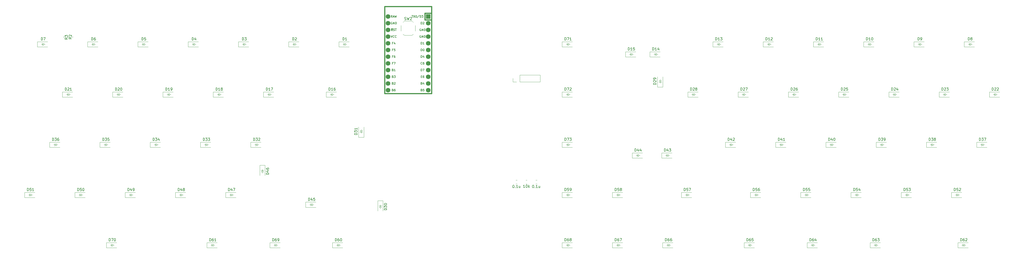
<source format=gbr>
G04 #@! TF.GenerationSoftware,KiCad,Pcbnew,(6.0.5)*
G04 #@! TF.CreationDate,2022-10-04T19:33:22-05:00*
G04 #@! TF.ProjectId,kintsugi_v2,6b696e74-7375-4676-995f-76322e6b6963,rev?*
G04 #@! TF.SameCoordinates,Original*
G04 #@! TF.FileFunction,Legend,Top*
G04 #@! TF.FilePolarity,Positive*
%FSLAX46Y46*%
G04 Gerber Fmt 4.6, Leading zero omitted, Abs format (unit mm)*
G04 Created by KiCad (PCBNEW (6.0.5)) date 2022-10-04 19:33:22*
%MOMM*%
%LPD*%
G01*
G04 APERTURE LIST*
%ADD10C,0.150000*%
%ADD11C,0.100000*%
%ADD12C,0.120000*%
%ADD13C,0.381000*%
%ADD14R,1.752600X1.752600*%
%ADD15C,1.752600*%
G04 APERTURE END LIST*
D10*
X125277654Y-98750630D02*
X125277654Y-97750630D01*
X125515750Y-97750630D01*
X125658607Y-97798250D01*
X125753845Y-97893488D01*
X125801464Y-97988726D01*
X125849083Y-98179202D01*
X125849083Y-98322059D01*
X125801464Y-98512535D01*
X125753845Y-98607773D01*
X125658607Y-98703011D01*
X125515750Y-98750630D01*
X125277654Y-98750630D01*
X126230035Y-97845869D02*
X126277654Y-97798250D01*
X126372892Y-97750630D01*
X126610988Y-97750630D01*
X126706226Y-97798250D01*
X126753845Y-97845869D01*
X126801464Y-97941107D01*
X126801464Y-98036345D01*
X126753845Y-98179202D01*
X126182416Y-98750630D01*
X126801464Y-98750630D01*
X228460820Y-174947852D02*
X228460820Y-173947852D01*
X228698915Y-173947852D01*
X228841772Y-173995472D01*
X228937010Y-174090710D01*
X228984629Y-174185948D01*
X229032248Y-174376424D01*
X229032248Y-174519281D01*
X228984629Y-174709757D01*
X228937010Y-174804995D01*
X228841772Y-174900233D01*
X228698915Y-174947852D01*
X228460820Y-174947852D01*
X229889391Y-173947852D02*
X229698915Y-173947852D01*
X229603677Y-173995472D01*
X229556058Y-174043091D01*
X229460820Y-174185948D01*
X229413201Y-174376424D01*
X229413201Y-174757376D01*
X229460820Y-174852614D01*
X229508439Y-174900233D01*
X229603677Y-174947852D01*
X229794153Y-174947852D01*
X229889391Y-174900233D01*
X229937010Y-174852614D01*
X229984629Y-174757376D01*
X229984629Y-174519281D01*
X229937010Y-174424043D01*
X229889391Y-174376424D01*
X229794153Y-174328805D01*
X229603677Y-174328805D01*
X229508439Y-174376424D01*
X229460820Y-174424043D01*
X229413201Y-174519281D01*
X230556058Y-174376424D02*
X230460820Y-174328805D01*
X230413201Y-174281186D01*
X230365582Y-174185948D01*
X230365582Y-174138329D01*
X230413201Y-174043091D01*
X230460820Y-173995472D01*
X230556058Y-173947852D01*
X230746534Y-173947852D01*
X230841772Y-173995472D01*
X230889391Y-174043091D01*
X230937010Y-174138329D01*
X230937010Y-174185948D01*
X230889391Y-174281186D01*
X230841772Y-174328805D01*
X230746534Y-174376424D01*
X230556058Y-174376424D01*
X230460820Y-174424043D01*
X230413201Y-174471662D01*
X230365582Y-174566900D01*
X230365582Y-174757376D01*
X230413201Y-174852614D01*
X230460820Y-174900233D01*
X230556058Y-174947852D01*
X230746534Y-174947852D01*
X230841772Y-174900233D01*
X230889391Y-174852614D01*
X230937010Y-174757376D01*
X230937010Y-174566900D01*
X230889391Y-174471662D01*
X230841772Y-174424043D01*
X230746534Y-174376424D01*
X290309820Y-136847852D02*
X290309820Y-135847852D01*
X290547915Y-135847852D01*
X290690772Y-135895472D01*
X290786010Y-135990710D01*
X290833629Y-136085948D01*
X290881248Y-136276424D01*
X290881248Y-136419281D01*
X290833629Y-136609757D01*
X290786010Y-136704995D01*
X290690772Y-136800233D01*
X290547915Y-136847852D01*
X290309820Y-136847852D01*
X291738391Y-136181186D02*
X291738391Y-136847852D01*
X291500296Y-135800233D02*
X291262201Y-136514519D01*
X291881248Y-136514519D01*
X292214582Y-135943091D02*
X292262201Y-135895472D01*
X292357439Y-135847852D01*
X292595534Y-135847852D01*
X292690772Y-135895472D01*
X292738391Y-135943091D01*
X292786010Y-136038329D01*
X292786010Y-136133567D01*
X292738391Y-136276424D01*
X292166963Y-136847852D01*
X292786010Y-136847852D01*
X106227654Y-98750630D02*
X106227654Y-97750630D01*
X106465750Y-97750630D01*
X106608607Y-97798250D01*
X106703845Y-97893488D01*
X106751464Y-97988726D01*
X106799083Y-98179202D01*
X106799083Y-98322059D01*
X106751464Y-98512535D01*
X106703845Y-98607773D01*
X106608607Y-98703011D01*
X106465750Y-98750630D01*
X106227654Y-98750630D01*
X107132416Y-97750630D02*
X107751464Y-97750630D01*
X107418130Y-98131583D01*
X107560988Y-98131583D01*
X107656226Y-98179202D01*
X107703845Y-98226821D01*
X107751464Y-98322059D01*
X107751464Y-98560154D01*
X107703845Y-98655392D01*
X107656226Y-98703011D01*
X107560988Y-98750630D01*
X107275273Y-98750630D01*
X107180035Y-98703011D01*
X107132416Y-98655392D01*
X342760820Y-98747852D02*
X342760820Y-97747852D01*
X342998915Y-97747852D01*
X343141772Y-97795472D01*
X343237010Y-97890710D01*
X343284629Y-97985948D01*
X343332248Y-98176424D01*
X343332248Y-98319281D01*
X343284629Y-98509757D01*
X343237010Y-98604995D01*
X343141772Y-98700233D01*
X342998915Y-98747852D01*
X342760820Y-98747852D01*
X344284629Y-98747852D02*
X343713201Y-98747852D01*
X343998915Y-98747852D02*
X343998915Y-97747852D01*
X343903677Y-97890710D01*
X343808439Y-97985948D01*
X343713201Y-98033567D01*
X344903677Y-97747852D02*
X344998915Y-97747852D01*
X345094153Y-97795472D01*
X345141772Y-97843091D01*
X345189391Y-97938329D01*
X345237010Y-98128805D01*
X345237010Y-98366900D01*
X345189391Y-98557376D01*
X345141772Y-98652614D01*
X345094153Y-98700233D01*
X344998915Y-98747852D01*
X344903677Y-98747852D01*
X344808439Y-98700233D01*
X344760820Y-98652614D01*
X344713201Y-98557376D01*
X344665582Y-98366900D01*
X344665582Y-98128805D01*
X344713201Y-97938329D01*
X344760820Y-97843091D01*
X344808439Y-97795472D01*
X344903677Y-97747852D01*
X160980130Y-163107535D02*
X159980130Y-163107535D01*
X159980130Y-162869440D01*
X160027750Y-162726583D01*
X160122988Y-162631345D01*
X160218226Y-162583726D01*
X160408702Y-162536107D01*
X160551559Y-162536107D01*
X160742035Y-162583726D01*
X160837273Y-162631345D01*
X160932511Y-162726583D01*
X160980130Y-162869440D01*
X160980130Y-163107535D01*
X159980130Y-162202773D02*
X159980130Y-161583726D01*
X160361083Y-161917059D01*
X160361083Y-161774202D01*
X160408702Y-161678964D01*
X160456321Y-161631345D01*
X160551559Y-161583726D01*
X160789654Y-161583726D01*
X160884892Y-161631345D01*
X160932511Y-161678964D01*
X160980130Y-161774202D01*
X160980130Y-162059916D01*
X160932511Y-162155154D01*
X160884892Y-162202773D01*
X159980130Y-160964678D02*
X159980130Y-160869440D01*
X160027750Y-160774202D01*
X160075369Y-160726583D01*
X160170607Y-160678964D01*
X160361083Y-160631345D01*
X160599178Y-160631345D01*
X160789654Y-160678964D01*
X160884892Y-160726583D01*
X160932511Y-160774202D01*
X160980130Y-160869440D01*
X160980130Y-160964678D01*
X160932511Y-161059916D01*
X160884892Y-161107535D01*
X160789654Y-161155154D01*
X160599178Y-161202773D01*
X160361083Y-161202773D01*
X160170607Y-161155154D01*
X160075369Y-161107535D01*
X160027750Y-161059916D01*
X159980130Y-160964678D01*
X117689464Y-174950630D02*
X117689464Y-173950630D01*
X117927559Y-173950630D01*
X118070416Y-173998250D01*
X118165654Y-174093488D01*
X118213273Y-174188726D01*
X118260892Y-174379202D01*
X118260892Y-174522059D01*
X118213273Y-174712535D01*
X118165654Y-174807773D01*
X118070416Y-174903011D01*
X117927559Y-174950630D01*
X117689464Y-174950630D01*
X119118035Y-173950630D02*
X118927559Y-173950630D01*
X118832321Y-173998250D01*
X118784702Y-174045869D01*
X118689464Y-174188726D01*
X118641845Y-174379202D01*
X118641845Y-174760154D01*
X118689464Y-174855392D01*
X118737083Y-174903011D01*
X118832321Y-174950630D01*
X119022797Y-174950630D01*
X119118035Y-174903011D01*
X119165654Y-174855392D01*
X119213273Y-174760154D01*
X119213273Y-174522059D01*
X119165654Y-174426821D01*
X119118035Y-174379202D01*
X119022797Y-174331583D01*
X118832321Y-174331583D01*
X118737083Y-174379202D01*
X118689464Y-174426821D01*
X118641845Y-174522059D01*
X119689464Y-174950630D02*
X119879940Y-174950630D01*
X119975178Y-174903011D01*
X120022797Y-174855392D01*
X120118035Y-174712535D01*
X120165654Y-174522059D01*
X120165654Y-174141107D01*
X120118035Y-174045869D01*
X120070416Y-173998250D01*
X119975178Y-173950630D01*
X119784702Y-173950630D01*
X119689464Y-173998250D01*
X119641845Y-174045869D01*
X119594226Y-174141107D01*
X119594226Y-174379202D01*
X119641845Y-174474440D01*
X119689464Y-174522059D01*
X119784702Y-174569678D01*
X119975178Y-174569678D01*
X120070416Y-174522059D01*
X120118035Y-174474440D01*
X120165654Y-174379202D01*
X149741130Y-134532535D02*
X148741130Y-134532535D01*
X148741130Y-134294440D01*
X148788750Y-134151583D01*
X148883988Y-134056345D01*
X148979226Y-134008726D01*
X149169702Y-133961107D01*
X149312559Y-133961107D01*
X149503035Y-134008726D01*
X149598273Y-134056345D01*
X149693511Y-134151583D01*
X149741130Y-134294440D01*
X149741130Y-134532535D01*
X148741130Y-133627773D02*
X148741130Y-133008726D01*
X149122083Y-133342059D01*
X149122083Y-133199202D01*
X149169702Y-133103964D01*
X149217321Y-133056345D01*
X149312559Y-133008726D01*
X149550654Y-133008726D01*
X149645892Y-133056345D01*
X149693511Y-133103964D01*
X149741130Y-133199202D01*
X149741130Y-133484916D01*
X149693511Y-133580154D01*
X149645892Y-133627773D01*
X149741130Y-132056345D02*
X149741130Y-132627773D01*
X149741130Y-132342059D02*
X148741130Y-132342059D01*
X148883988Y-132437297D01*
X148979226Y-132532535D01*
X149026845Y-132627773D01*
X385559820Y-136847852D02*
X385559820Y-135847852D01*
X385797915Y-135847852D01*
X385940772Y-135895472D01*
X386036010Y-135990710D01*
X386083629Y-136085948D01*
X386131248Y-136276424D01*
X386131248Y-136419281D01*
X386083629Y-136609757D01*
X386036010Y-136704995D01*
X385940772Y-136800233D01*
X385797915Y-136847852D01*
X385559820Y-136847852D01*
X386464582Y-135847852D02*
X387083629Y-135847852D01*
X386750296Y-136228805D01*
X386893153Y-136228805D01*
X386988391Y-136276424D01*
X387036010Y-136324043D01*
X387083629Y-136419281D01*
X387083629Y-136657376D01*
X387036010Y-136752614D01*
X386988391Y-136800233D01*
X386893153Y-136847852D01*
X386607439Y-136847852D01*
X386512201Y-136800233D01*
X386464582Y-136752614D01*
X387416963Y-135847852D02*
X388083629Y-135847852D01*
X387655058Y-136847852D01*
X295135820Y-117797852D02*
X295135820Y-116797852D01*
X295373915Y-116797852D01*
X295516772Y-116845472D01*
X295612010Y-116940710D01*
X295659629Y-117035948D01*
X295707248Y-117226424D01*
X295707248Y-117369281D01*
X295659629Y-117559757D01*
X295612010Y-117654995D01*
X295516772Y-117750233D01*
X295373915Y-117797852D01*
X295135820Y-117797852D01*
X296088201Y-116893091D02*
X296135820Y-116845472D01*
X296231058Y-116797852D01*
X296469153Y-116797852D01*
X296564391Y-116845472D01*
X296612010Y-116893091D01*
X296659629Y-116988329D01*
X296659629Y-117083567D01*
X296612010Y-117226424D01*
X296040582Y-117797852D01*
X296659629Y-117797852D01*
X296992963Y-116797852D02*
X297659629Y-116797852D01*
X297231058Y-117797852D01*
X273672820Y-155897852D02*
X273672820Y-154897852D01*
X273910915Y-154897852D01*
X274053772Y-154945472D01*
X274149010Y-155040710D01*
X274196629Y-155135948D01*
X274244248Y-155326424D01*
X274244248Y-155469281D01*
X274196629Y-155659757D01*
X274149010Y-155754995D01*
X274053772Y-155850233D01*
X273910915Y-155897852D01*
X273672820Y-155897852D01*
X275149010Y-154897852D02*
X274672820Y-154897852D01*
X274625201Y-155374043D01*
X274672820Y-155326424D01*
X274768058Y-155278805D01*
X275006153Y-155278805D01*
X275101391Y-155326424D01*
X275149010Y-155374043D01*
X275196629Y-155469281D01*
X275196629Y-155707376D01*
X275149010Y-155802614D01*
X275101391Y-155850233D01*
X275006153Y-155897852D01*
X274768058Y-155897852D01*
X274672820Y-155850233D01*
X274625201Y-155802614D01*
X275529963Y-154897852D02*
X276196629Y-154897852D01*
X275768058Y-155897852D01*
X87177654Y-98750630D02*
X87177654Y-97750630D01*
X87415750Y-97750630D01*
X87558607Y-97798250D01*
X87653845Y-97893488D01*
X87701464Y-97988726D01*
X87749083Y-98179202D01*
X87749083Y-98322059D01*
X87701464Y-98512535D01*
X87653845Y-98607773D01*
X87558607Y-98703011D01*
X87415750Y-98750630D01*
X87177654Y-98750630D01*
X88606226Y-98083964D02*
X88606226Y-98750630D01*
X88368130Y-97703011D02*
X88130035Y-98417297D01*
X88749083Y-98417297D01*
X216395820Y-153722852D02*
X216491058Y-153722852D01*
X216586296Y-153770472D01*
X216633915Y-153818091D01*
X216681534Y-153913329D01*
X216729153Y-154103805D01*
X216729153Y-154341900D01*
X216681534Y-154532376D01*
X216633915Y-154627614D01*
X216586296Y-154675233D01*
X216491058Y-154722852D01*
X216395820Y-154722852D01*
X216300582Y-154675233D01*
X216252963Y-154627614D01*
X216205344Y-154532376D01*
X216157725Y-154341900D01*
X216157725Y-154103805D01*
X216205344Y-153913329D01*
X216252963Y-153818091D01*
X216300582Y-153770472D01*
X216395820Y-153722852D01*
X217157725Y-154627614D02*
X217205344Y-154675233D01*
X217157725Y-154722852D01*
X217110106Y-154675233D01*
X217157725Y-154627614D01*
X217157725Y-154722852D01*
X218157725Y-154722852D02*
X217586296Y-154722852D01*
X217872010Y-154722852D02*
X217872010Y-153722852D01*
X217776772Y-153865710D01*
X217681534Y-153960948D01*
X217586296Y-154008567D01*
X219014867Y-154056186D02*
X219014867Y-154722852D01*
X218586296Y-154056186D02*
X218586296Y-154579995D01*
X218633915Y-154675233D01*
X218729153Y-154722852D01*
X218872010Y-154722852D01*
X218967248Y-154675233D01*
X219014867Y-154627614D01*
X100925464Y-155900630D02*
X100925464Y-154900630D01*
X101163559Y-154900630D01*
X101306416Y-154948250D01*
X101401654Y-155043488D01*
X101449273Y-155138726D01*
X101496892Y-155329202D01*
X101496892Y-155472059D01*
X101449273Y-155662535D01*
X101401654Y-155757773D01*
X101306416Y-155853011D01*
X101163559Y-155900630D01*
X100925464Y-155900630D01*
X102354035Y-155233964D02*
X102354035Y-155900630D01*
X102115940Y-154853011D02*
X101877845Y-155567297D01*
X102496892Y-155567297D01*
X102782607Y-154900630D02*
X103449273Y-154900630D01*
X103020702Y-155900630D01*
X252463820Y-102557852D02*
X252463820Y-101557852D01*
X252701915Y-101557852D01*
X252844772Y-101605472D01*
X252940010Y-101700710D01*
X252987629Y-101795948D01*
X253035248Y-101986424D01*
X253035248Y-102129281D01*
X252987629Y-102319757D01*
X252940010Y-102414995D01*
X252844772Y-102510233D01*
X252701915Y-102557852D01*
X252463820Y-102557852D01*
X253987629Y-102557852D02*
X253416201Y-102557852D01*
X253701915Y-102557852D02*
X253701915Y-101557852D01*
X253606677Y-101700710D01*
X253511439Y-101795948D01*
X253416201Y-101843567D01*
X254892391Y-101557852D02*
X254416201Y-101557852D01*
X254368582Y-102034043D01*
X254416201Y-101986424D01*
X254511439Y-101938805D01*
X254749534Y-101938805D01*
X254844772Y-101986424D01*
X254892391Y-102034043D01*
X254940010Y-102129281D01*
X254940010Y-102367376D01*
X254892391Y-102462614D01*
X254844772Y-102510233D01*
X254749534Y-102557852D01*
X254511439Y-102557852D01*
X254416201Y-102510233D01*
X254368582Y-102462614D01*
X53300464Y-136850630D02*
X53300464Y-135850630D01*
X53538559Y-135850630D01*
X53681416Y-135898250D01*
X53776654Y-135993488D01*
X53824273Y-136088726D01*
X53871892Y-136279202D01*
X53871892Y-136422059D01*
X53824273Y-136612535D01*
X53776654Y-136707773D01*
X53681416Y-136803011D01*
X53538559Y-136850630D01*
X53300464Y-136850630D01*
X54205226Y-135850630D02*
X54824273Y-135850630D01*
X54490940Y-136231583D01*
X54633797Y-136231583D01*
X54729035Y-136279202D01*
X54776654Y-136326821D01*
X54824273Y-136422059D01*
X54824273Y-136660154D01*
X54776654Y-136755392D01*
X54729035Y-136803011D01*
X54633797Y-136850630D01*
X54348083Y-136850630D01*
X54252845Y-136803011D01*
X54205226Y-136755392D01*
X55729035Y-135850630D02*
X55252845Y-135850630D01*
X55205226Y-136326821D01*
X55252845Y-136279202D01*
X55348083Y-136231583D01*
X55586178Y-136231583D01*
X55681416Y-136279202D01*
X55729035Y-136326821D01*
X55776654Y-136422059D01*
X55776654Y-136660154D01*
X55729035Y-136755392D01*
X55681416Y-136803011D01*
X55586178Y-136850630D01*
X55348083Y-136850630D01*
X55252845Y-136803011D01*
X55205226Y-136755392D01*
X24725464Y-155900630D02*
X24725464Y-154900630D01*
X24963559Y-154900630D01*
X25106416Y-154948250D01*
X25201654Y-155043488D01*
X25249273Y-155138726D01*
X25296892Y-155329202D01*
X25296892Y-155472059D01*
X25249273Y-155662535D01*
X25201654Y-155757773D01*
X25106416Y-155853011D01*
X24963559Y-155900630D01*
X24725464Y-155900630D01*
X26201654Y-154900630D02*
X25725464Y-154900630D01*
X25677845Y-155376821D01*
X25725464Y-155329202D01*
X25820702Y-155281583D01*
X26058797Y-155281583D01*
X26154035Y-155329202D01*
X26201654Y-155376821D01*
X26249273Y-155472059D01*
X26249273Y-155710154D01*
X26201654Y-155805392D01*
X26154035Y-155853011D01*
X26058797Y-155900630D01*
X25820702Y-155900630D01*
X25725464Y-155853011D01*
X25677845Y-155805392D01*
X27201654Y-155900630D02*
X26630226Y-155900630D01*
X26915940Y-155900630D02*
X26915940Y-154900630D01*
X26820702Y-155043488D01*
X26725464Y-155138726D01*
X26630226Y-155186345D01*
X62825464Y-155900630D02*
X62825464Y-154900630D01*
X63063559Y-154900630D01*
X63206416Y-154948250D01*
X63301654Y-155043488D01*
X63349273Y-155138726D01*
X63396892Y-155329202D01*
X63396892Y-155472059D01*
X63349273Y-155662535D01*
X63301654Y-155757773D01*
X63206416Y-155853011D01*
X63063559Y-155900630D01*
X62825464Y-155900630D01*
X64254035Y-155233964D02*
X64254035Y-155900630D01*
X64015940Y-154853011D02*
X63777845Y-155567297D01*
X64396892Y-155567297D01*
X64825464Y-155900630D02*
X65015940Y-155900630D01*
X65111178Y-155853011D01*
X65158797Y-155805392D01*
X65254035Y-155662535D01*
X65301654Y-155472059D01*
X65301654Y-155091107D01*
X65254035Y-154995869D01*
X65206416Y-154948250D01*
X65111178Y-154900630D01*
X64920702Y-154900630D01*
X64825464Y-154948250D01*
X64777845Y-154995869D01*
X64730226Y-155091107D01*
X64730226Y-155329202D01*
X64777845Y-155424440D01*
X64825464Y-155472059D01*
X64920702Y-155519678D01*
X65111178Y-155519678D01*
X65206416Y-155472059D01*
X65254035Y-155424440D01*
X65301654Y-155329202D01*
X247510820Y-155897852D02*
X247510820Y-154897852D01*
X247748915Y-154897852D01*
X247891772Y-154945472D01*
X247987010Y-155040710D01*
X248034629Y-155135948D01*
X248082248Y-155326424D01*
X248082248Y-155469281D01*
X248034629Y-155659757D01*
X247987010Y-155754995D01*
X247891772Y-155850233D01*
X247748915Y-155897852D01*
X247510820Y-155897852D01*
X248987010Y-154897852D02*
X248510820Y-154897852D01*
X248463201Y-155374043D01*
X248510820Y-155326424D01*
X248606058Y-155278805D01*
X248844153Y-155278805D01*
X248939391Y-155326424D01*
X248987010Y-155374043D01*
X249034629Y-155469281D01*
X249034629Y-155707376D01*
X248987010Y-155802614D01*
X248939391Y-155850233D01*
X248844153Y-155897852D01*
X248606058Y-155897852D01*
X248510820Y-155850233D01*
X248463201Y-155802614D01*
X249606058Y-155326424D02*
X249510820Y-155278805D01*
X249463201Y-155231186D01*
X249415582Y-155135948D01*
X249415582Y-155088329D01*
X249463201Y-154993091D01*
X249510820Y-154945472D01*
X249606058Y-154897852D01*
X249796534Y-154897852D01*
X249891772Y-154945472D01*
X249939391Y-154993091D01*
X249987010Y-155088329D01*
X249987010Y-155135948D01*
X249939391Y-155231186D01*
X249891772Y-155278805D01*
X249796534Y-155326424D01*
X249606058Y-155326424D01*
X249510820Y-155374043D01*
X249463201Y-155421662D01*
X249415582Y-155516900D01*
X249415582Y-155707376D01*
X249463201Y-155802614D01*
X249510820Y-155850233D01*
X249606058Y-155897852D01*
X249796534Y-155897852D01*
X249891772Y-155850233D01*
X249939391Y-155802614D01*
X249987010Y-155707376D01*
X249987010Y-155516900D01*
X249939391Y-155421662D01*
X249891772Y-155374043D01*
X249796534Y-155326424D01*
X263052486Y-115511507D02*
X262052486Y-115511507D01*
X262052486Y-115273412D01*
X262100106Y-115130555D01*
X262195344Y-115035317D01*
X262290582Y-114987698D01*
X262481058Y-114940079D01*
X262623915Y-114940079D01*
X262814391Y-114987698D01*
X262909629Y-115035317D01*
X263004867Y-115130555D01*
X263052486Y-115273412D01*
X263052486Y-115511507D01*
X262147725Y-114559126D02*
X262100106Y-114511507D01*
X262052486Y-114416269D01*
X262052486Y-114178174D01*
X262100106Y-114082936D01*
X262147725Y-114035317D01*
X262242963Y-113987698D01*
X262338201Y-113987698D01*
X262481058Y-114035317D01*
X263052486Y-114606745D01*
X263052486Y-113987698D01*
X263052486Y-113511507D02*
X263052486Y-113321031D01*
X263004867Y-113225793D01*
X262957248Y-113178174D01*
X262814391Y-113082936D01*
X262623915Y-113035317D01*
X262242963Y-113035317D01*
X262147725Y-113082936D01*
X262100106Y-113130555D01*
X262052486Y-113225793D01*
X262052486Y-113416269D01*
X262100106Y-113511507D01*
X262147725Y-113559126D01*
X262242963Y-113606745D01*
X262481058Y-113606745D01*
X262576296Y-113559126D01*
X262623915Y-113511507D01*
X262671534Y-113416269D01*
X262671534Y-113225793D01*
X262623915Y-113130555D01*
X262576296Y-113082936D01*
X262481058Y-113035317D01*
X213321867Y-154636602D02*
X212750439Y-154636602D01*
X213036153Y-154636602D02*
X213036153Y-153636602D01*
X212940915Y-153779460D01*
X212845677Y-153874698D01*
X212750439Y-153922317D01*
X213940915Y-153636602D02*
X214036153Y-153636602D01*
X214131391Y-153684222D01*
X214179010Y-153731841D01*
X214226629Y-153827079D01*
X214274248Y-154017555D01*
X214274248Y-154255650D01*
X214226629Y-154446126D01*
X214179010Y-154541364D01*
X214131391Y-154588983D01*
X214036153Y-154636602D01*
X213940915Y-154636602D01*
X213845677Y-154588983D01*
X213798058Y-154541364D01*
X213750439Y-154446126D01*
X213702820Y-154255650D01*
X213702820Y-154017555D01*
X213750439Y-153827079D01*
X213798058Y-153731841D01*
X213845677Y-153684222D01*
X213940915Y-153636602D01*
X214702820Y-154636602D02*
X214702820Y-153636602D01*
X214798058Y-154255650D02*
X215083772Y-154636602D01*
X215083772Y-153969936D02*
X214702820Y-154350888D01*
X49077654Y-98750630D02*
X49077654Y-97750630D01*
X49315750Y-97750630D01*
X49458607Y-97798250D01*
X49553845Y-97893488D01*
X49601464Y-97988726D01*
X49649083Y-98179202D01*
X49649083Y-98322059D01*
X49601464Y-98512535D01*
X49553845Y-98607773D01*
X49458607Y-98703011D01*
X49315750Y-98750630D01*
X49077654Y-98750630D01*
X50506226Y-97750630D02*
X50315750Y-97750630D01*
X50220511Y-97798250D01*
X50172892Y-97845869D01*
X50077654Y-97988726D01*
X50030035Y-98179202D01*
X50030035Y-98560154D01*
X50077654Y-98655392D01*
X50125273Y-98703011D01*
X50220511Y-98750630D01*
X50410988Y-98750630D01*
X50506226Y-98703011D01*
X50553845Y-98655392D01*
X50601464Y-98560154D01*
X50601464Y-98322059D01*
X50553845Y-98226821D01*
X50506226Y-98179202D01*
X50410988Y-98131583D01*
X50220511Y-98131583D01*
X50125273Y-98179202D01*
X50077654Y-98226821D01*
X50030035Y-98322059D01*
X228460820Y-155897852D02*
X228460820Y-154897852D01*
X228698915Y-154897852D01*
X228841772Y-154945472D01*
X228937010Y-155040710D01*
X228984629Y-155135948D01*
X229032248Y-155326424D01*
X229032248Y-155469281D01*
X228984629Y-155659757D01*
X228937010Y-155754995D01*
X228841772Y-155850233D01*
X228698915Y-155897852D01*
X228460820Y-155897852D01*
X229937010Y-154897852D02*
X229460820Y-154897852D01*
X229413201Y-155374043D01*
X229460820Y-155326424D01*
X229556058Y-155278805D01*
X229794153Y-155278805D01*
X229889391Y-155326424D01*
X229937010Y-155374043D01*
X229984629Y-155469281D01*
X229984629Y-155707376D01*
X229937010Y-155802614D01*
X229889391Y-155850233D01*
X229794153Y-155897852D01*
X229556058Y-155897852D01*
X229460820Y-155850233D01*
X229413201Y-155802614D01*
X230460820Y-155897852D02*
X230651296Y-155897852D01*
X230746534Y-155850233D01*
X230794153Y-155802614D01*
X230889391Y-155659757D01*
X230937010Y-155469281D01*
X230937010Y-155088329D01*
X230889391Y-154993091D01*
X230841772Y-154945472D01*
X230746534Y-154897852D01*
X230556058Y-154897852D01*
X230460820Y-154945472D01*
X230413201Y-154993091D01*
X230365582Y-155088329D01*
X230365582Y-155326424D01*
X230413201Y-155421662D01*
X230460820Y-155469281D01*
X230556058Y-155516900D01*
X230746534Y-155516900D01*
X230841772Y-155469281D01*
X230889391Y-155421662D01*
X230937010Y-155326424D01*
X337934820Y-155897852D02*
X337934820Y-154897852D01*
X338172915Y-154897852D01*
X338315772Y-154945472D01*
X338411010Y-155040710D01*
X338458629Y-155135948D01*
X338506248Y-155326424D01*
X338506248Y-155469281D01*
X338458629Y-155659757D01*
X338411010Y-155754995D01*
X338315772Y-155850233D01*
X338172915Y-155897852D01*
X337934820Y-155897852D01*
X339411010Y-154897852D02*
X338934820Y-154897852D01*
X338887201Y-155374043D01*
X338934820Y-155326424D01*
X339030058Y-155278805D01*
X339268153Y-155278805D01*
X339363391Y-155326424D01*
X339411010Y-155374043D01*
X339458629Y-155469281D01*
X339458629Y-155707376D01*
X339411010Y-155802614D01*
X339363391Y-155850233D01*
X339268153Y-155897852D01*
X339030058Y-155897852D01*
X338934820Y-155850233D01*
X338887201Y-155802614D01*
X340315772Y-155231186D02*
X340315772Y-155897852D01*
X340077677Y-154850233D02*
X339839582Y-155564519D01*
X340458629Y-155564519D01*
X43775464Y-155900630D02*
X43775464Y-154900630D01*
X44013559Y-154900630D01*
X44156416Y-154948250D01*
X44251654Y-155043488D01*
X44299273Y-155138726D01*
X44346892Y-155329202D01*
X44346892Y-155472059D01*
X44299273Y-155662535D01*
X44251654Y-155757773D01*
X44156416Y-155853011D01*
X44013559Y-155900630D01*
X43775464Y-155900630D01*
X45251654Y-154900630D02*
X44775464Y-154900630D01*
X44727845Y-155376821D01*
X44775464Y-155329202D01*
X44870702Y-155281583D01*
X45108797Y-155281583D01*
X45204035Y-155329202D01*
X45251654Y-155376821D01*
X45299273Y-155472059D01*
X45299273Y-155710154D01*
X45251654Y-155805392D01*
X45204035Y-155853011D01*
X45108797Y-155900630D01*
X44870702Y-155900630D01*
X44775464Y-155853011D01*
X44727845Y-155805392D01*
X45918321Y-154900630D02*
X46013559Y-154900630D01*
X46108797Y-154948250D01*
X46156416Y-154995869D01*
X46204035Y-155091107D01*
X46251654Y-155281583D01*
X46251654Y-155519678D01*
X46204035Y-155710154D01*
X46156416Y-155805392D01*
X46108797Y-155853011D01*
X46013559Y-155900630D01*
X45918321Y-155900630D01*
X45823083Y-155853011D01*
X45775464Y-155805392D01*
X45727845Y-155710154D01*
X45680226Y-155519678D01*
X45680226Y-155281583D01*
X45727845Y-155091107D01*
X45775464Y-154995869D01*
X45823083Y-154948250D01*
X45918321Y-154900630D01*
X352285820Y-117797852D02*
X352285820Y-116797852D01*
X352523915Y-116797852D01*
X352666772Y-116845472D01*
X352762010Y-116940710D01*
X352809629Y-117035948D01*
X352857248Y-117226424D01*
X352857248Y-117369281D01*
X352809629Y-117559757D01*
X352762010Y-117654995D01*
X352666772Y-117750233D01*
X352523915Y-117797852D01*
X352285820Y-117797852D01*
X353238201Y-116893091D02*
X353285820Y-116845472D01*
X353381058Y-116797852D01*
X353619153Y-116797852D01*
X353714391Y-116845472D01*
X353762010Y-116893091D01*
X353809629Y-116988329D01*
X353809629Y-117083567D01*
X353762010Y-117226424D01*
X353190582Y-117797852D01*
X353809629Y-117797852D01*
X354666772Y-117131186D02*
X354666772Y-117797852D01*
X354428677Y-116750233D02*
X354190582Y-117464519D01*
X354809629Y-117464519D01*
X115276464Y-117800630D02*
X115276464Y-116800630D01*
X115514559Y-116800630D01*
X115657416Y-116848250D01*
X115752654Y-116943488D01*
X115800273Y-117038726D01*
X115847892Y-117229202D01*
X115847892Y-117372059D01*
X115800273Y-117562535D01*
X115752654Y-117657773D01*
X115657416Y-117753011D01*
X115514559Y-117800630D01*
X115276464Y-117800630D01*
X116800273Y-117800630D02*
X116228845Y-117800630D01*
X116514559Y-117800630D02*
X116514559Y-116800630D01*
X116419321Y-116943488D01*
X116324083Y-117038726D01*
X116228845Y-117086345D01*
X117133607Y-116800630D02*
X117800273Y-116800630D01*
X117371702Y-117800630D01*
X77176464Y-117800630D02*
X77176464Y-116800630D01*
X77414559Y-116800630D01*
X77557416Y-116848250D01*
X77652654Y-116943488D01*
X77700273Y-117038726D01*
X77747892Y-117229202D01*
X77747892Y-117372059D01*
X77700273Y-117562535D01*
X77652654Y-117657773D01*
X77557416Y-117753011D01*
X77414559Y-117800630D01*
X77176464Y-117800630D01*
X78700273Y-117800630D02*
X78128845Y-117800630D01*
X78414559Y-117800630D02*
X78414559Y-116800630D01*
X78319321Y-116943488D01*
X78224083Y-117038726D01*
X78128845Y-117086345D01*
X79176464Y-117800630D02*
X79366940Y-117800630D01*
X79462178Y-117753011D01*
X79509797Y-117705392D01*
X79605035Y-117562535D01*
X79652654Y-117372059D01*
X79652654Y-116991107D01*
X79605035Y-116895869D01*
X79557416Y-116848250D01*
X79462178Y-116800630D01*
X79271702Y-116800630D01*
X79176464Y-116848250D01*
X79128845Y-116895869D01*
X79081226Y-116991107D01*
X79081226Y-117229202D01*
X79128845Y-117324440D01*
X79176464Y-117372059D01*
X79271702Y-117419678D01*
X79462178Y-117419678D01*
X79557416Y-117372059D01*
X79605035Y-117324440D01*
X79652654Y-117229202D01*
X299834820Y-155897852D02*
X299834820Y-154897852D01*
X300072915Y-154897852D01*
X300215772Y-154945472D01*
X300311010Y-155040710D01*
X300358629Y-155135948D01*
X300406248Y-155326424D01*
X300406248Y-155469281D01*
X300358629Y-155659757D01*
X300311010Y-155754995D01*
X300215772Y-155850233D01*
X300072915Y-155897852D01*
X299834820Y-155897852D01*
X301311010Y-154897852D02*
X300834820Y-154897852D01*
X300787201Y-155374043D01*
X300834820Y-155326424D01*
X300930058Y-155278805D01*
X301168153Y-155278805D01*
X301263391Y-155326424D01*
X301311010Y-155374043D01*
X301358629Y-155469281D01*
X301358629Y-155707376D01*
X301311010Y-155802614D01*
X301263391Y-155850233D01*
X301168153Y-155897852D01*
X300930058Y-155897852D01*
X300834820Y-155850233D01*
X300787201Y-155802614D01*
X302215772Y-154897852D02*
X302025296Y-154897852D01*
X301930058Y-154945472D01*
X301882439Y-154993091D01*
X301787201Y-155135948D01*
X301739582Y-155326424D01*
X301739582Y-155707376D01*
X301787201Y-155802614D01*
X301834820Y-155850233D01*
X301930058Y-155897852D01*
X302120534Y-155897852D01*
X302215772Y-155850233D01*
X302263391Y-155802614D01*
X302311010Y-155707376D01*
X302311010Y-155469281D01*
X302263391Y-155374043D01*
X302215772Y-155326424D01*
X302120534Y-155278805D01*
X301930058Y-155278805D01*
X301834820Y-155326424D01*
X301787201Y-155374043D01*
X301739582Y-155469281D01*
X68127654Y-98750630D02*
X68127654Y-97750630D01*
X68365750Y-97750630D01*
X68508607Y-97798250D01*
X68603845Y-97893488D01*
X68651464Y-97988726D01*
X68699083Y-98179202D01*
X68699083Y-98322059D01*
X68651464Y-98512535D01*
X68603845Y-98607773D01*
X68508607Y-98703011D01*
X68365750Y-98750630D01*
X68127654Y-98750630D01*
X69603845Y-97750630D02*
X69127654Y-97750630D01*
X69080035Y-98226821D01*
X69127654Y-98179202D01*
X69222892Y-98131583D01*
X69460988Y-98131583D01*
X69556226Y-98179202D01*
X69603845Y-98226821D01*
X69651464Y-98322059D01*
X69651464Y-98560154D01*
X69603845Y-98655392D01*
X69556226Y-98703011D01*
X69460988Y-98750630D01*
X69222892Y-98750630D01*
X69127654Y-98703011D01*
X69080035Y-98655392D01*
X345173820Y-174947852D02*
X345173820Y-173947852D01*
X345411915Y-173947852D01*
X345554772Y-173995472D01*
X345650010Y-174090710D01*
X345697629Y-174185948D01*
X345745248Y-174376424D01*
X345745248Y-174519281D01*
X345697629Y-174709757D01*
X345650010Y-174804995D01*
X345554772Y-174900233D01*
X345411915Y-174947852D01*
X345173820Y-174947852D01*
X346602391Y-173947852D02*
X346411915Y-173947852D01*
X346316677Y-173995472D01*
X346269058Y-174043091D01*
X346173820Y-174185948D01*
X346126201Y-174376424D01*
X346126201Y-174757376D01*
X346173820Y-174852614D01*
X346221439Y-174900233D01*
X346316677Y-174947852D01*
X346507153Y-174947852D01*
X346602391Y-174900233D01*
X346650010Y-174852614D01*
X346697629Y-174757376D01*
X346697629Y-174519281D01*
X346650010Y-174424043D01*
X346602391Y-174376424D01*
X346507153Y-174328805D01*
X346316677Y-174328805D01*
X346221439Y-174376424D01*
X346173820Y-174424043D01*
X346126201Y-174519281D01*
X347030963Y-173947852D02*
X347650010Y-173947852D01*
X347316677Y-174328805D01*
X347459534Y-174328805D01*
X347554772Y-174376424D01*
X347602391Y-174424043D01*
X347650010Y-174519281D01*
X347650010Y-174757376D01*
X347602391Y-174852614D01*
X347554772Y-174900233D01*
X347459534Y-174947852D01*
X347173820Y-174947852D01*
X347078582Y-174900233D01*
X347030963Y-174852614D01*
X110450464Y-136850630D02*
X110450464Y-135850630D01*
X110688559Y-135850630D01*
X110831416Y-135898250D01*
X110926654Y-135993488D01*
X110974273Y-136088726D01*
X111021892Y-136279202D01*
X111021892Y-136422059D01*
X110974273Y-136612535D01*
X110926654Y-136707773D01*
X110831416Y-136803011D01*
X110688559Y-136850630D01*
X110450464Y-136850630D01*
X111355226Y-135850630D02*
X111974273Y-135850630D01*
X111640940Y-136231583D01*
X111783797Y-136231583D01*
X111879035Y-136279202D01*
X111926654Y-136326821D01*
X111974273Y-136422059D01*
X111974273Y-136660154D01*
X111926654Y-136755392D01*
X111879035Y-136803011D01*
X111783797Y-136850630D01*
X111498083Y-136850630D01*
X111402845Y-136803011D01*
X111355226Y-136755392D01*
X112355226Y-135945869D02*
X112402845Y-135898250D01*
X112498083Y-135850630D01*
X112736178Y-135850630D01*
X112831416Y-135898250D01*
X112879035Y-135945869D01*
X112926654Y-136041107D01*
X112926654Y-136136345D01*
X112879035Y-136279202D01*
X112307607Y-136850630D01*
X112926654Y-136850630D01*
X93813464Y-174950630D02*
X93813464Y-173950630D01*
X94051559Y-173950630D01*
X94194416Y-173998250D01*
X94289654Y-174093488D01*
X94337273Y-174188726D01*
X94384892Y-174379202D01*
X94384892Y-174522059D01*
X94337273Y-174712535D01*
X94289654Y-174807773D01*
X94194416Y-174903011D01*
X94051559Y-174950630D01*
X93813464Y-174950630D01*
X95242035Y-173950630D02*
X95051559Y-173950630D01*
X94956321Y-173998250D01*
X94908702Y-174045869D01*
X94813464Y-174188726D01*
X94765845Y-174379202D01*
X94765845Y-174760154D01*
X94813464Y-174855392D01*
X94861083Y-174903011D01*
X94956321Y-174950630D01*
X95146797Y-174950630D01*
X95242035Y-174903011D01*
X95289654Y-174855392D01*
X95337273Y-174760154D01*
X95337273Y-174522059D01*
X95289654Y-174426821D01*
X95242035Y-174379202D01*
X95146797Y-174331583D01*
X94956321Y-174331583D01*
X94861083Y-174379202D01*
X94813464Y-174426821D01*
X94765845Y-174522059D01*
X96289654Y-174950630D02*
X95718226Y-174950630D01*
X96003940Y-174950630D02*
X96003940Y-173950630D01*
X95908702Y-174093488D01*
X95813464Y-174188726D01*
X95718226Y-174236345D01*
X141438464Y-174950630D02*
X141438464Y-173950630D01*
X141676559Y-173950630D01*
X141819416Y-173998250D01*
X141914654Y-174093488D01*
X141962273Y-174188726D01*
X142009892Y-174379202D01*
X142009892Y-174522059D01*
X141962273Y-174712535D01*
X141914654Y-174807773D01*
X141819416Y-174903011D01*
X141676559Y-174950630D01*
X141438464Y-174950630D01*
X142867035Y-173950630D02*
X142676559Y-173950630D01*
X142581321Y-173998250D01*
X142533702Y-174045869D01*
X142438464Y-174188726D01*
X142390845Y-174379202D01*
X142390845Y-174760154D01*
X142438464Y-174855392D01*
X142486083Y-174903011D01*
X142581321Y-174950630D01*
X142771797Y-174950630D01*
X142867035Y-174903011D01*
X142914654Y-174855392D01*
X142962273Y-174760154D01*
X142962273Y-174522059D01*
X142914654Y-174426821D01*
X142867035Y-174379202D01*
X142771797Y-174331583D01*
X142581321Y-174331583D01*
X142486083Y-174379202D01*
X142438464Y-174426821D01*
X142390845Y-174522059D01*
X143581321Y-173950630D02*
X143676559Y-173950630D01*
X143771797Y-173998250D01*
X143819416Y-174045869D01*
X143867035Y-174141107D01*
X143914654Y-174331583D01*
X143914654Y-174569678D01*
X143867035Y-174760154D01*
X143819416Y-174855392D01*
X143771797Y-174903011D01*
X143676559Y-174950630D01*
X143581321Y-174950630D01*
X143486083Y-174903011D01*
X143438464Y-174855392D01*
X143390845Y-174760154D01*
X143343226Y-174569678D01*
X143343226Y-174331583D01*
X143390845Y-174141107D01*
X143438464Y-174045869D01*
X143486083Y-173998250D01*
X143581321Y-173950630D01*
X81875464Y-155900630D02*
X81875464Y-154900630D01*
X82113559Y-154900630D01*
X82256416Y-154948250D01*
X82351654Y-155043488D01*
X82399273Y-155138726D01*
X82446892Y-155329202D01*
X82446892Y-155472059D01*
X82399273Y-155662535D01*
X82351654Y-155757773D01*
X82256416Y-155853011D01*
X82113559Y-155900630D01*
X81875464Y-155900630D01*
X83304035Y-155233964D02*
X83304035Y-155900630D01*
X83065940Y-154853011D02*
X82827845Y-155567297D01*
X83446892Y-155567297D01*
X83970702Y-155329202D02*
X83875464Y-155281583D01*
X83827845Y-155233964D01*
X83780226Y-155138726D01*
X83780226Y-155091107D01*
X83827845Y-154995869D01*
X83875464Y-154948250D01*
X83970702Y-154900630D01*
X84161178Y-154900630D01*
X84256416Y-154948250D01*
X84304035Y-154995869D01*
X84351654Y-155091107D01*
X84351654Y-155138726D01*
X84304035Y-155233964D01*
X84256416Y-155281583D01*
X84161178Y-155329202D01*
X83970702Y-155329202D01*
X83875464Y-155376821D01*
X83827845Y-155424440D01*
X83780226Y-155519678D01*
X83780226Y-155710154D01*
X83827845Y-155805392D01*
X83875464Y-155853011D01*
X83970702Y-155900630D01*
X84161178Y-155900630D01*
X84256416Y-155853011D01*
X84304035Y-155805392D01*
X84351654Y-155710154D01*
X84351654Y-155519678D01*
X84304035Y-155424440D01*
X84256416Y-155376821D01*
X84161178Y-155329202D01*
X72350464Y-136850630D02*
X72350464Y-135850630D01*
X72588559Y-135850630D01*
X72731416Y-135898250D01*
X72826654Y-135993488D01*
X72874273Y-136088726D01*
X72921892Y-136279202D01*
X72921892Y-136422059D01*
X72874273Y-136612535D01*
X72826654Y-136707773D01*
X72731416Y-136803011D01*
X72588559Y-136850630D01*
X72350464Y-136850630D01*
X73255226Y-135850630D02*
X73874273Y-135850630D01*
X73540940Y-136231583D01*
X73683797Y-136231583D01*
X73779035Y-136279202D01*
X73826654Y-136326821D01*
X73874273Y-136422059D01*
X73874273Y-136660154D01*
X73826654Y-136755392D01*
X73779035Y-136803011D01*
X73683797Y-136850630D01*
X73398083Y-136850630D01*
X73302845Y-136803011D01*
X73255226Y-136755392D01*
X74731416Y-136183964D02*
X74731416Y-136850630D01*
X74493321Y-135803011D02*
X74255226Y-136517297D01*
X74874273Y-136517297D01*
X390385820Y-117797852D02*
X390385820Y-116797852D01*
X390623915Y-116797852D01*
X390766772Y-116845472D01*
X390862010Y-116940710D01*
X390909629Y-117035948D01*
X390957248Y-117226424D01*
X390957248Y-117369281D01*
X390909629Y-117559757D01*
X390862010Y-117654995D01*
X390766772Y-117750233D01*
X390623915Y-117797852D01*
X390385820Y-117797852D01*
X391338201Y-116893091D02*
X391385820Y-116845472D01*
X391481058Y-116797852D01*
X391719153Y-116797852D01*
X391814391Y-116845472D01*
X391862010Y-116893091D01*
X391909629Y-116988329D01*
X391909629Y-117083567D01*
X391862010Y-117226424D01*
X391290582Y-117797852D01*
X391909629Y-117797852D01*
X392290582Y-116893091D02*
X392338201Y-116845472D01*
X392433439Y-116797852D01*
X392671534Y-116797852D01*
X392766772Y-116845472D01*
X392814391Y-116893091D01*
X392862010Y-116988329D01*
X392862010Y-117083567D01*
X392814391Y-117226424D01*
X392242963Y-117797852D01*
X392862010Y-117797852D01*
X255003820Y-140911852D02*
X255003820Y-139911852D01*
X255241915Y-139911852D01*
X255384772Y-139959472D01*
X255480010Y-140054710D01*
X255527629Y-140149948D01*
X255575248Y-140340424D01*
X255575248Y-140483281D01*
X255527629Y-140673757D01*
X255480010Y-140768995D01*
X255384772Y-140864233D01*
X255241915Y-140911852D01*
X255003820Y-140911852D01*
X256432391Y-140245186D02*
X256432391Y-140911852D01*
X256194296Y-139864233D02*
X255956201Y-140578519D01*
X256575248Y-140578519D01*
X257384772Y-140245186D02*
X257384772Y-140911852D01*
X257146677Y-139864233D02*
X256908582Y-140578519D01*
X257527629Y-140578519D01*
X328409820Y-136847852D02*
X328409820Y-135847852D01*
X328647915Y-135847852D01*
X328790772Y-135895472D01*
X328886010Y-135990710D01*
X328933629Y-136085948D01*
X328981248Y-136276424D01*
X328981248Y-136419281D01*
X328933629Y-136609757D01*
X328886010Y-136704995D01*
X328790772Y-136800233D01*
X328647915Y-136847852D01*
X328409820Y-136847852D01*
X329838391Y-136181186D02*
X329838391Y-136847852D01*
X329600296Y-135800233D02*
X329362201Y-136514519D01*
X329981248Y-136514519D01*
X330552677Y-135847852D02*
X330647915Y-135847852D01*
X330743153Y-135895472D01*
X330790772Y-135943091D01*
X330838391Y-136038329D01*
X330886010Y-136228805D01*
X330886010Y-136466900D01*
X330838391Y-136657376D01*
X330790772Y-136752614D01*
X330743153Y-136800233D01*
X330647915Y-136847852D01*
X330552677Y-136847852D01*
X330457439Y-136800233D01*
X330409820Y-136752614D01*
X330362201Y-136657376D01*
X330314582Y-136466900D01*
X330314582Y-136228805D01*
X330362201Y-136038329D01*
X330409820Y-135943091D01*
X330457439Y-135895472D01*
X330552677Y-135847852D01*
X96226464Y-117800630D02*
X96226464Y-116800630D01*
X96464559Y-116800630D01*
X96607416Y-116848250D01*
X96702654Y-116943488D01*
X96750273Y-117038726D01*
X96797892Y-117229202D01*
X96797892Y-117372059D01*
X96750273Y-117562535D01*
X96702654Y-117657773D01*
X96607416Y-117753011D01*
X96464559Y-117800630D01*
X96226464Y-117800630D01*
X97750273Y-117800630D02*
X97178845Y-117800630D01*
X97464559Y-117800630D02*
X97464559Y-116800630D01*
X97369321Y-116943488D01*
X97274083Y-117038726D01*
X97178845Y-117086345D01*
X98321702Y-117229202D02*
X98226464Y-117181583D01*
X98178845Y-117133964D01*
X98131226Y-117038726D01*
X98131226Y-116991107D01*
X98178845Y-116895869D01*
X98226464Y-116848250D01*
X98321702Y-116800630D01*
X98512178Y-116800630D01*
X98607416Y-116848250D01*
X98655035Y-116895869D01*
X98702654Y-116991107D01*
X98702654Y-117038726D01*
X98655035Y-117133964D01*
X98607416Y-117181583D01*
X98512178Y-117229202D01*
X98321702Y-117229202D01*
X98226464Y-117276821D01*
X98178845Y-117324440D01*
X98131226Y-117419678D01*
X98131226Y-117610154D01*
X98178845Y-117705392D01*
X98226464Y-117753011D01*
X98321702Y-117800630D01*
X98512178Y-117800630D01*
X98607416Y-117753011D01*
X98655035Y-117705392D01*
X98702654Y-117610154D01*
X98702654Y-117419678D01*
X98655035Y-117324440D01*
X98607416Y-117276821D01*
X98512178Y-117229202D01*
X321297820Y-174947852D02*
X321297820Y-173947852D01*
X321535915Y-173947852D01*
X321678772Y-173995472D01*
X321774010Y-174090710D01*
X321821629Y-174185948D01*
X321869248Y-174376424D01*
X321869248Y-174519281D01*
X321821629Y-174709757D01*
X321774010Y-174804995D01*
X321678772Y-174900233D01*
X321535915Y-174947852D01*
X321297820Y-174947852D01*
X322726391Y-173947852D02*
X322535915Y-173947852D01*
X322440677Y-173995472D01*
X322393058Y-174043091D01*
X322297820Y-174185948D01*
X322250201Y-174376424D01*
X322250201Y-174757376D01*
X322297820Y-174852614D01*
X322345439Y-174900233D01*
X322440677Y-174947852D01*
X322631153Y-174947852D01*
X322726391Y-174900233D01*
X322774010Y-174852614D01*
X322821629Y-174757376D01*
X322821629Y-174519281D01*
X322774010Y-174424043D01*
X322726391Y-174376424D01*
X322631153Y-174328805D01*
X322440677Y-174328805D01*
X322345439Y-174376424D01*
X322297820Y-174424043D01*
X322250201Y-174519281D01*
X323678772Y-174281186D02*
X323678772Y-174947852D01*
X323440677Y-173900233D02*
X323202582Y-174614519D01*
X323821629Y-174614519D01*
X304660820Y-98747852D02*
X304660820Y-97747852D01*
X304898915Y-97747852D01*
X305041772Y-97795472D01*
X305137010Y-97890710D01*
X305184629Y-97985948D01*
X305232248Y-98176424D01*
X305232248Y-98319281D01*
X305184629Y-98509757D01*
X305137010Y-98604995D01*
X305041772Y-98700233D01*
X304898915Y-98747852D01*
X304660820Y-98747852D01*
X306184629Y-98747852D02*
X305613201Y-98747852D01*
X305898915Y-98747852D02*
X305898915Y-97747852D01*
X305803677Y-97890710D01*
X305708439Y-97985948D01*
X305613201Y-98033567D01*
X306565582Y-97843091D02*
X306613201Y-97795472D01*
X306708439Y-97747852D01*
X306946534Y-97747852D01*
X307041772Y-97795472D01*
X307089391Y-97843091D01*
X307137010Y-97938329D01*
X307137010Y-98033567D01*
X307089391Y-98176424D01*
X306517963Y-98747852D01*
X307137010Y-98747852D01*
X333235820Y-117797852D02*
X333235820Y-116797852D01*
X333473915Y-116797852D01*
X333616772Y-116845472D01*
X333712010Y-116940710D01*
X333759629Y-117035948D01*
X333807248Y-117226424D01*
X333807248Y-117369281D01*
X333759629Y-117559757D01*
X333712010Y-117654995D01*
X333616772Y-117750233D01*
X333473915Y-117797852D01*
X333235820Y-117797852D01*
X334188201Y-116893091D02*
X334235820Y-116845472D01*
X334331058Y-116797852D01*
X334569153Y-116797852D01*
X334664391Y-116845472D01*
X334712010Y-116893091D01*
X334759629Y-116988329D01*
X334759629Y-117083567D01*
X334712010Y-117226424D01*
X334140582Y-117797852D01*
X334759629Y-117797852D01*
X335664391Y-116797852D02*
X335188201Y-116797852D01*
X335140582Y-117274043D01*
X335188201Y-117226424D01*
X335283439Y-117178805D01*
X335521534Y-117178805D01*
X335616772Y-117226424D01*
X335664391Y-117274043D01*
X335712010Y-117369281D01*
X335712010Y-117607376D01*
X335664391Y-117702614D01*
X335616772Y-117750233D01*
X335521534Y-117797852D01*
X335283439Y-117797852D01*
X335188201Y-117750233D01*
X335140582Y-117702614D01*
X91400464Y-136850630D02*
X91400464Y-135850630D01*
X91638559Y-135850630D01*
X91781416Y-135898250D01*
X91876654Y-135993488D01*
X91924273Y-136088726D01*
X91971892Y-136279202D01*
X91971892Y-136422059D01*
X91924273Y-136612535D01*
X91876654Y-136707773D01*
X91781416Y-136803011D01*
X91638559Y-136850630D01*
X91400464Y-136850630D01*
X92305226Y-135850630D02*
X92924273Y-135850630D01*
X92590940Y-136231583D01*
X92733797Y-136231583D01*
X92829035Y-136279202D01*
X92876654Y-136326821D01*
X92924273Y-136422059D01*
X92924273Y-136660154D01*
X92876654Y-136755392D01*
X92829035Y-136803011D01*
X92733797Y-136850630D01*
X92448083Y-136850630D01*
X92352845Y-136803011D01*
X92305226Y-136755392D01*
X93257607Y-135850630D02*
X93876654Y-135850630D01*
X93543321Y-136231583D01*
X93686178Y-136231583D01*
X93781416Y-136279202D01*
X93829035Y-136326821D01*
X93876654Y-136422059D01*
X93876654Y-136660154D01*
X93829035Y-136755392D01*
X93781416Y-136803011D01*
X93686178Y-136850630D01*
X93400464Y-136850630D01*
X93305226Y-136803011D01*
X93257607Y-136755392D01*
X34250464Y-136850630D02*
X34250464Y-135850630D01*
X34488559Y-135850630D01*
X34631416Y-135898250D01*
X34726654Y-135993488D01*
X34774273Y-136088726D01*
X34821892Y-136279202D01*
X34821892Y-136422059D01*
X34774273Y-136612535D01*
X34726654Y-136707773D01*
X34631416Y-136803011D01*
X34488559Y-136850630D01*
X34250464Y-136850630D01*
X35155226Y-135850630D02*
X35774273Y-135850630D01*
X35440940Y-136231583D01*
X35583797Y-136231583D01*
X35679035Y-136279202D01*
X35726654Y-136326821D01*
X35774273Y-136422059D01*
X35774273Y-136660154D01*
X35726654Y-136755392D01*
X35679035Y-136803011D01*
X35583797Y-136850630D01*
X35298083Y-136850630D01*
X35202845Y-136803011D01*
X35155226Y-136755392D01*
X36631416Y-135850630D02*
X36440940Y-135850630D01*
X36345702Y-135898250D01*
X36298083Y-135945869D01*
X36202845Y-136088726D01*
X36155226Y-136279202D01*
X36155226Y-136660154D01*
X36202845Y-136755392D01*
X36250464Y-136803011D01*
X36345702Y-136850630D01*
X36536178Y-136850630D01*
X36631416Y-136803011D01*
X36679035Y-136755392D01*
X36726654Y-136660154D01*
X36726654Y-136422059D01*
X36679035Y-136326821D01*
X36631416Y-136279202D01*
X36536178Y-136231583D01*
X36345702Y-136231583D01*
X36250464Y-136279202D01*
X36202845Y-136326821D01*
X36155226Y-136422059D01*
X285610820Y-98747852D02*
X285610820Y-97747852D01*
X285848915Y-97747852D01*
X285991772Y-97795472D01*
X286087010Y-97890710D01*
X286134629Y-97985948D01*
X286182248Y-98176424D01*
X286182248Y-98319281D01*
X286134629Y-98509757D01*
X286087010Y-98604995D01*
X285991772Y-98700233D01*
X285848915Y-98747852D01*
X285610820Y-98747852D01*
X287134629Y-98747852D02*
X286563201Y-98747852D01*
X286848915Y-98747852D02*
X286848915Y-97747852D01*
X286753677Y-97890710D01*
X286658439Y-97985948D01*
X286563201Y-98033567D01*
X287467963Y-97747852D02*
X288087010Y-97747852D01*
X287753677Y-98128805D01*
X287896534Y-98128805D01*
X287991772Y-98176424D01*
X288039391Y-98224043D01*
X288087010Y-98319281D01*
X288087010Y-98557376D01*
X288039391Y-98652614D01*
X287991772Y-98700233D01*
X287896534Y-98747852D01*
X287610820Y-98747852D01*
X287515582Y-98700233D01*
X287467963Y-98652614D01*
X309359820Y-136847852D02*
X309359820Y-135847852D01*
X309597915Y-135847852D01*
X309740772Y-135895472D01*
X309836010Y-135990710D01*
X309883629Y-136085948D01*
X309931248Y-136276424D01*
X309931248Y-136419281D01*
X309883629Y-136609757D01*
X309836010Y-136704995D01*
X309740772Y-136800233D01*
X309597915Y-136847852D01*
X309359820Y-136847852D01*
X310788391Y-136181186D02*
X310788391Y-136847852D01*
X310550296Y-135800233D02*
X310312201Y-136514519D01*
X310931248Y-136514519D01*
X311836010Y-136847852D02*
X311264582Y-136847852D01*
X311550296Y-136847852D02*
X311550296Y-135847852D01*
X311455058Y-135990710D01*
X311359820Y-136085948D01*
X311264582Y-136133567D01*
X55713464Y-174950630D02*
X55713464Y-173950630D01*
X55951559Y-173950630D01*
X56094416Y-173998250D01*
X56189654Y-174093488D01*
X56237273Y-174188726D01*
X56284892Y-174379202D01*
X56284892Y-174522059D01*
X56237273Y-174712535D01*
X56189654Y-174807773D01*
X56094416Y-174903011D01*
X55951559Y-174950630D01*
X55713464Y-174950630D01*
X56618226Y-173950630D02*
X57284892Y-173950630D01*
X56856321Y-174950630D01*
X57856321Y-173950630D02*
X57951559Y-173950630D01*
X58046797Y-173998250D01*
X58094416Y-174045869D01*
X58142035Y-174141107D01*
X58189654Y-174331583D01*
X58189654Y-174569678D01*
X58142035Y-174760154D01*
X58094416Y-174855392D01*
X58046797Y-174903011D01*
X57951559Y-174950630D01*
X57856321Y-174950630D01*
X57761083Y-174903011D01*
X57713464Y-174855392D01*
X57665845Y-174760154D01*
X57618226Y-174569678D01*
X57618226Y-174331583D01*
X57665845Y-174141107D01*
X57713464Y-174045869D01*
X57761083Y-173998250D01*
X57856321Y-173950630D01*
X41521005Y-97670708D02*
X41044815Y-98004042D01*
X41521005Y-98242137D02*
X40521005Y-98242137D01*
X40521005Y-97861184D01*
X40568625Y-97765946D01*
X40616244Y-97718327D01*
X40711482Y-97670708D01*
X40854339Y-97670708D01*
X40949577Y-97718327D01*
X40997196Y-97765946D01*
X41044815Y-97861184D01*
X41044815Y-98242137D01*
X40616244Y-97289756D02*
X40568625Y-97242137D01*
X40521005Y-97146899D01*
X40521005Y-96908803D01*
X40568625Y-96813565D01*
X40616244Y-96765946D01*
X40711482Y-96718327D01*
X40806720Y-96718327D01*
X40949577Y-96765946D01*
X41521005Y-97337375D01*
X41521005Y-96718327D01*
X30027654Y-98750630D02*
X30027654Y-97750630D01*
X30265750Y-97750630D01*
X30408607Y-97798250D01*
X30503845Y-97893488D01*
X30551464Y-97988726D01*
X30599083Y-98179202D01*
X30599083Y-98322059D01*
X30551464Y-98512535D01*
X30503845Y-98607773D01*
X30408607Y-98703011D01*
X30265750Y-98750630D01*
X30027654Y-98750630D01*
X30932416Y-97750630D02*
X31599083Y-97750630D01*
X31170511Y-98750630D01*
X228460820Y-117797852D02*
X228460820Y-116797852D01*
X228698915Y-116797852D01*
X228841772Y-116845472D01*
X228937010Y-116940710D01*
X228984629Y-117035948D01*
X229032248Y-117226424D01*
X229032248Y-117369281D01*
X228984629Y-117559757D01*
X228937010Y-117654995D01*
X228841772Y-117750233D01*
X228698915Y-117797852D01*
X228460820Y-117797852D01*
X229365582Y-116797852D02*
X230032248Y-116797852D01*
X229603677Y-117797852D01*
X230365582Y-116893091D02*
X230413201Y-116845472D01*
X230508439Y-116797852D01*
X230746534Y-116797852D01*
X230841772Y-116845472D01*
X230889391Y-116893091D01*
X230937010Y-116988329D01*
X230937010Y-117083567D01*
X230889391Y-117226424D01*
X230317963Y-117797852D01*
X230937010Y-117797852D01*
X362287010Y-98747852D02*
X362287010Y-97747852D01*
X362525106Y-97747852D01*
X362667963Y-97795472D01*
X362763201Y-97890710D01*
X362810820Y-97985948D01*
X362858439Y-98176424D01*
X362858439Y-98319281D01*
X362810820Y-98509757D01*
X362763201Y-98604995D01*
X362667963Y-98700233D01*
X362525106Y-98747852D01*
X362287010Y-98747852D01*
X363334629Y-98747852D02*
X363525106Y-98747852D01*
X363620344Y-98700233D01*
X363667963Y-98652614D01*
X363763201Y-98509757D01*
X363810820Y-98319281D01*
X363810820Y-97938329D01*
X363763201Y-97843091D01*
X363715582Y-97795472D01*
X363620344Y-97747852D01*
X363429867Y-97747852D01*
X363334629Y-97795472D01*
X363287010Y-97843091D01*
X363239391Y-97938329D01*
X363239391Y-98176424D01*
X363287010Y-98271662D01*
X363334629Y-98319281D01*
X363429867Y-98366900D01*
X363620344Y-98366900D01*
X363715582Y-98319281D01*
X363763201Y-98271662D01*
X363810820Y-98176424D01*
X228460820Y-98747852D02*
X228460820Y-97747852D01*
X228698915Y-97747852D01*
X228841772Y-97795472D01*
X228937010Y-97890710D01*
X228984629Y-97985948D01*
X229032248Y-98176424D01*
X229032248Y-98319281D01*
X228984629Y-98509757D01*
X228937010Y-98604995D01*
X228841772Y-98700233D01*
X228698915Y-98747852D01*
X228460820Y-98747852D01*
X229365582Y-97747852D02*
X230032248Y-97747852D01*
X229603677Y-98747852D01*
X230937010Y-98747852D02*
X230365582Y-98747852D01*
X230651296Y-98747852D02*
X230651296Y-97747852D01*
X230556058Y-97890710D01*
X230460820Y-97985948D01*
X230365582Y-98033567D01*
X228460820Y-136847852D02*
X228460820Y-135847852D01*
X228698915Y-135847852D01*
X228841772Y-135895472D01*
X228937010Y-135990710D01*
X228984629Y-136085948D01*
X229032248Y-136276424D01*
X229032248Y-136419281D01*
X228984629Y-136609757D01*
X228937010Y-136704995D01*
X228841772Y-136800233D01*
X228698915Y-136847852D01*
X228460820Y-136847852D01*
X229365582Y-135847852D02*
X230032248Y-135847852D01*
X229603677Y-136847852D01*
X230317963Y-135847852D02*
X230937010Y-135847852D01*
X230603677Y-136228805D01*
X230746534Y-136228805D01*
X230841772Y-136276424D01*
X230889391Y-136324043D01*
X230937010Y-136419281D01*
X230937010Y-136657376D01*
X230889391Y-136752614D01*
X230841772Y-136800233D01*
X230746534Y-136847852D01*
X230460820Y-136847852D01*
X230365582Y-136800233D01*
X230317963Y-136752614D01*
X247510820Y-174947852D02*
X247510820Y-173947852D01*
X247748915Y-173947852D01*
X247891772Y-173995472D01*
X247987010Y-174090710D01*
X248034629Y-174185948D01*
X248082248Y-174376424D01*
X248082248Y-174519281D01*
X248034629Y-174709757D01*
X247987010Y-174804995D01*
X247891772Y-174900233D01*
X247748915Y-174947852D01*
X247510820Y-174947852D01*
X248939391Y-173947852D02*
X248748915Y-173947852D01*
X248653677Y-173995472D01*
X248606058Y-174043091D01*
X248510820Y-174185948D01*
X248463201Y-174376424D01*
X248463201Y-174757376D01*
X248510820Y-174852614D01*
X248558439Y-174900233D01*
X248653677Y-174947852D01*
X248844153Y-174947852D01*
X248939391Y-174900233D01*
X248987010Y-174852614D01*
X249034629Y-174757376D01*
X249034629Y-174519281D01*
X248987010Y-174424043D01*
X248939391Y-174376424D01*
X248844153Y-174328805D01*
X248653677Y-174328805D01*
X248558439Y-174376424D01*
X248510820Y-174424043D01*
X248463201Y-174519281D01*
X249367963Y-173947852D02*
X250034629Y-173947852D01*
X249606058Y-174947852D01*
X144327654Y-98750630D02*
X144327654Y-97750630D01*
X144565750Y-97750630D01*
X144708607Y-97798250D01*
X144803845Y-97893488D01*
X144851464Y-97988726D01*
X144899083Y-98179202D01*
X144899083Y-98322059D01*
X144851464Y-98512535D01*
X144803845Y-98607773D01*
X144708607Y-98703011D01*
X144565750Y-98750630D01*
X144327654Y-98750630D01*
X145851464Y-98750630D02*
X145280035Y-98750630D01*
X145565750Y-98750630D02*
X145565750Y-97750630D01*
X145470511Y-97893488D01*
X145375273Y-97988726D01*
X145280035Y-98036345D01*
X276085820Y-117797852D02*
X276085820Y-116797852D01*
X276323915Y-116797852D01*
X276466772Y-116845472D01*
X276562010Y-116940710D01*
X276609629Y-117035948D01*
X276657248Y-117226424D01*
X276657248Y-117369281D01*
X276609629Y-117559757D01*
X276562010Y-117654995D01*
X276466772Y-117750233D01*
X276323915Y-117797852D01*
X276085820Y-117797852D01*
X277038201Y-116893091D02*
X277085820Y-116845472D01*
X277181058Y-116797852D01*
X277419153Y-116797852D01*
X277514391Y-116845472D01*
X277562010Y-116893091D01*
X277609629Y-116988329D01*
X277609629Y-117083567D01*
X277562010Y-117226424D01*
X276990582Y-117797852D01*
X277609629Y-117797852D01*
X278181058Y-117226424D02*
X278085820Y-117178805D01*
X278038201Y-117131186D01*
X277990582Y-117035948D01*
X277990582Y-116988329D01*
X278038201Y-116893091D01*
X278085820Y-116845472D01*
X278181058Y-116797852D01*
X278371534Y-116797852D01*
X278466772Y-116845472D01*
X278514391Y-116893091D01*
X278562010Y-116988329D01*
X278562010Y-117035948D01*
X278514391Y-117131186D01*
X278466772Y-117178805D01*
X278371534Y-117226424D01*
X278181058Y-117226424D01*
X278085820Y-117274043D01*
X278038201Y-117321662D01*
X277990582Y-117416900D01*
X277990582Y-117607376D01*
X278038201Y-117702614D01*
X278085820Y-117750233D01*
X278181058Y-117797852D01*
X278371534Y-117797852D01*
X278466772Y-117750233D01*
X278514391Y-117702614D01*
X278562010Y-117607376D01*
X278562010Y-117416900D01*
X278514391Y-117321662D01*
X278466772Y-117274043D01*
X278371534Y-117226424D01*
X167752279Y-91007011D02*
X167895136Y-91054630D01*
X168133232Y-91054630D01*
X168228470Y-91007011D01*
X168276089Y-90959392D01*
X168323708Y-90864154D01*
X168323708Y-90768916D01*
X168276089Y-90673678D01*
X168228470Y-90626059D01*
X168133232Y-90578440D01*
X167942755Y-90530821D01*
X167847517Y-90483202D01*
X167799898Y-90435583D01*
X167752279Y-90340345D01*
X167752279Y-90245107D01*
X167799898Y-90149869D01*
X167847517Y-90102250D01*
X167942755Y-90054630D01*
X168180851Y-90054630D01*
X168323708Y-90102250D01*
X168657041Y-90054630D02*
X168895136Y-91054630D01*
X169085613Y-90340345D01*
X169276089Y-91054630D01*
X169514184Y-90054630D01*
X169847517Y-90149869D02*
X169895136Y-90102250D01*
X169990374Y-90054630D01*
X170228470Y-90054630D01*
X170323708Y-90102250D01*
X170371327Y-90149869D01*
X170418946Y-90245107D01*
X170418946Y-90340345D01*
X170371327Y-90483202D01*
X169799898Y-91054630D01*
X170418946Y-91054630D01*
X208914320Y-153722852D02*
X209009558Y-153722852D01*
X209104796Y-153770472D01*
X209152415Y-153818091D01*
X209200034Y-153913329D01*
X209247653Y-154103805D01*
X209247653Y-154341900D01*
X209200034Y-154532376D01*
X209152415Y-154627614D01*
X209104796Y-154675233D01*
X209009558Y-154722852D01*
X208914320Y-154722852D01*
X208819082Y-154675233D01*
X208771463Y-154627614D01*
X208723844Y-154532376D01*
X208676225Y-154341900D01*
X208676225Y-154103805D01*
X208723844Y-153913329D01*
X208771463Y-153818091D01*
X208819082Y-153770472D01*
X208914320Y-153722852D01*
X209676225Y-154627614D02*
X209723844Y-154675233D01*
X209676225Y-154722852D01*
X209628606Y-154675233D01*
X209676225Y-154627614D01*
X209676225Y-154722852D01*
X210676225Y-154722852D02*
X210104796Y-154722852D01*
X210390510Y-154722852D02*
X210390510Y-153722852D01*
X210295272Y-153865710D01*
X210200034Y-153960948D01*
X210104796Y-154008567D01*
X211533367Y-154056186D02*
X211533367Y-154722852D01*
X211104796Y-154056186D02*
X211104796Y-154579995D01*
X211152415Y-154675233D01*
X211247653Y-154722852D01*
X211390510Y-154722852D01*
X211485748Y-154675233D01*
X211533367Y-154627614D01*
X58126464Y-117800630D02*
X58126464Y-116800630D01*
X58364559Y-116800630D01*
X58507416Y-116848250D01*
X58602654Y-116943488D01*
X58650273Y-117038726D01*
X58697892Y-117229202D01*
X58697892Y-117372059D01*
X58650273Y-117562535D01*
X58602654Y-117657773D01*
X58507416Y-117753011D01*
X58364559Y-117800630D01*
X58126464Y-117800630D01*
X59078845Y-116895869D02*
X59126464Y-116848250D01*
X59221702Y-116800630D01*
X59459797Y-116800630D01*
X59555035Y-116848250D01*
X59602654Y-116895869D01*
X59650273Y-116991107D01*
X59650273Y-117086345D01*
X59602654Y-117229202D01*
X59031226Y-117800630D01*
X59650273Y-117800630D01*
X60269321Y-116800630D02*
X60364559Y-116800630D01*
X60459797Y-116848250D01*
X60507416Y-116895869D01*
X60555035Y-116991107D01*
X60602654Y-117181583D01*
X60602654Y-117419678D01*
X60555035Y-117610154D01*
X60507416Y-117705392D01*
X60459797Y-117753011D01*
X60364559Y-117800630D01*
X60269321Y-117800630D01*
X60174083Y-117753011D01*
X60126464Y-117705392D01*
X60078845Y-117610154D01*
X60031226Y-117419678D01*
X60031226Y-117181583D01*
X60078845Y-116991107D01*
X60126464Y-116895869D01*
X60174083Y-116848250D01*
X60269321Y-116800630D01*
X139025464Y-117800630D02*
X139025464Y-116800630D01*
X139263559Y-116800630D01*
X139406416Y-116848250D01*
X139501654Y-116943488D01*
X139549273Y-117038726D01*
X139596892Y-117229202D01*
X139596892Y-117372059D01*
X139549273Y-117562535D01*
X139501654Y-117657773D01*
X139406416Y-117753011D01*
X139263559Y-117800630D01*
X139025464Y-117800630D01*
X140549273Y-117800630D02*
X139977845Y-117800630D01*
X140263559Y-117800630D02*
X140263559Y-116800630D01*
X140168321Y-116943488D01*
X140073083Y-117038726D01*
X139977845Y-117086345D01*
X141406416Y-116800630D02*
X141215940Y-116800630D01*
X141120702Y-116848250D01*
X141073083Y-116895869D01*
X140977845Y-117038726D01*
X140930226Y-117229202D01*
X140930226Y-117610154D01*
X140977845Y-117705392D01*
X141025464Y-117753011D01*
X141120702Y-117800630D01*
X141311178Y-117800630D01*
X141406416Y-117753011D01*
X141454035Y-117705392D01*
X141501654Y-117610154D01*
X141501654Y-117372059D01*
X141454035Y-117276821D01*
X141406416Y-117229202D01*
X141311178Y-117181583D01*
X141120702Y-117181583D01*
X141025464Y-117229202D01*
X140977845Y-117276821D01*
X140930226Y-117372059D01*
X39076464Y-117800630D02*
X39076464Y-116800630D01*
X39314559Y-116800630D01*
X39457416Y-116848250D01*
X39552654Y-116943488D01*
X39600273Y-117038726D01*
X39647892Y-117229202D01*
X39647892Y-117372059D01*
X39600273Y-117562535D01*
X39552654Y-117657773D01*
X39457416Y-117753011D01*
X39314559Y-117800630D01*
X39076464Y-117800630D01*
X40028845Y-116895869D02*
X40076464Y-116848250D01*
X40171702Y-116800630D01*
X40409797Y-116800630D01*
X40505035Y-116848250D01*
X40552654Y-116895869D01*
X40600273Y-116991107D01*
X40600273Y-117086345D01*
X40552654Y-117229202D01*
X39981226Y-117800630D01*
X40600273Y-117800630D01*
X41552654Y-117800630D02*
X40981226Y-117800630D01*
X41266940Y-117800630D02*
X41266940Y-116800630D01*
X41171702Y-116943488D01*
X41076464Y-117038726D01*
X40981226Y-117086345D01*
X116276130Y-149645535D02*
X115276130Y-149645535D01*
X115276130Y-149407440D01*
X115323750Y-149264583D01*
X115418988Y-149169345D01*
X115514226Y-149121726D01*
X115704702Y-149074107D01*
X115847559Y-149074107D01*
X116038035Y-149121726D01*
X116133273Y-149169345D01*
X116228511Y-149264583D01*
X116276130Y-149407440D01*
X116276130Y-149645535D01*
X115609464Y-148216964D02*
X116276130Y-148216964D01*
X115228511Y-148455059D02*
X115942797Y-148693154D01*
X115942797Y-148074107D01*
X115276130Y-147264583D02*
X115276130Y-147455059D01*
X115323750Y-147550297D01*
X115371369Y-147597916D01*
X115514226Y-147693154D01*
X115704702Y-147740773D01*
X116085654Y-147740773D01*
X116180892Y-147693154D01*
X116228511Y-147645535D01*
X116276130Y-147550297D01*
X116276130Y-147359821D01*
X116228511Y-147264583D01*
X116180892Y-147216964D01*
X116085654Y-147169345D01*
X115847559Y-147169345D01*
X115752321Y-147216964D01*
X115704702Y-147264583D01*
X115657083Y-147359821D01*
X115657083Y-147550297D01*
X115704702Y-147645535D01*
X115752321Y-147693154D01*
X115847559Y-147740773D01*
X266179820Y-140911852D02*
X266179820Y-139911852D01*
X266417915Y-139911852D01*
X266560772Y-139959472D01*
X266656010Y-140054710D01*
X266703629Y-140149948D01*
X266751248Y-140340424D01*
X266751248Y-140483281D01*
X266703629Y-140673757D01*
X266656010Y-140768995D01*
X266560772Y-140864233D01*
X266417915Y-140911852D01*
X266179820Y-140911852D01*
X267608391Y-140245186D02*
X267608391Y-140911852D01*
X267370296Y-139864233D02*
X267132201Y-140578519D01*
X267751248Y-140578519D01*
X268036963Y-139911852D02*
X268656010Y-139911852D01*
X268322677Y-140292805D01*
X268465534Y-140292805D01*
X268560772Y-140340424D01*
X268608391Y-140388043D01*
X268656010Y-140483281D01*
X268656010Y-140721376D01*
X268608391Y-140816614D01*
X268560772Y-140864233D01*
X268465534Y-140911852D01*
X268179820Y-140911852D01*
X268084582Y-140864233D01*
X268036963Y-140816614D01*
X371335820Y-117797852D02*
X371335820Y-116797852D01*
X371573915Y-116797852D01*
X371716772Y-116845472D01*
X371812010Y-116940710D01*
X371859629Y-117035948D01*
X371907248Y-117226424D01*
X371907248Y-117369281D01*
X371859629Y-117559757D01*
X371812010Y-117654995D01*
X371716772Y-117750233D01*
X371573915Y-117797852D01*
X371335820Y-117797852D01*
X372288201Y-116893091D02*
X372335820Y-116845472D01*
X372431058Y-116797852D01*
X372669153Y-116797852D01*
X372764391Y-116845472D01*
X372812010Y-116893091D01*
X372859629Y-116988329D01*
X372859629Y-117083567D01*
X372812010Y-117226424D01*
X372240582Y-117797852D01*
X372859629Y-117797852D01*
X373192963Y-116797852D02*
X373812010Y-116797852D01*
X373478677Y-117178805D01*
X373621534Y-117178805D01*
X373716772Y-117226424D01*
X373764391Y-117274043D01*
X373812010Y-117369281D01*
X373812010Y-117607376D01*
X373764391Y-117702614D01*
X373716772Y-117750233D01*
X373621534Y-117797852D01*
X373335820Y-117797852D01*
X373240582Y-117750233D01*
X373192963Y-117702614D01*
X366509820Y-136847852D02*
X366509820Y-135847852D01*
X366747915Y-135847852D01*
X366890772Y-135895472D01*
X366986010Y-135990710D01*
X367033629Y-136085948D01*
X367081248Y-136276424D01*
X367081248Y-136419281D01*
X367033629Y-136609757D01*
X366986010Y-136704995D01*
X366890772Y-136800233D01*
X366747915Y-136847852D01*
X366509820Y-136847852D01*
X367414582Y-135847852D02*
X368033629Y-135847852D01*
X367700296Y-136228805D01*
X367843153Y-136228805D01*
X367938391Y-136276424D01*
X367986010Y-136324043D01*
X368033629Y-136419281D01*
X368033629Y-136657376D01*
X367986010Y-136752614D01*
X367938391Y-136800233D01*
X367843153Y-136847852D01*
X367557439Y-136847852D01*
X367462201Y-136800233D01*
X367414582Y-136752614D01*
X368605058Y-136276424D02*
X368509820Y-136228805D01*
X368462201Y-136181186D01*
X368414582Y-136085948D01*
X368414582Y-136038329D01*
X368462201Y-135943091D01*
X368509820Y-135895472D01*
X368605058Y-135847852D01*
X368795534Y-135847852D01*
X368890772Y-135895472D01*
X368938391Y-135943091D01*
X368986010Y-136038329D01*
X368986010Y-136085948D01*
X368938391Y-136181186D01*
X368890772Y-136228805D01*
X368795534Y-136276424D01*
X368605058Y-136276424D01*
X368509820Y-136324043D01*
X368462201Y-136371662D01*
X368414582Y-136466900D01*
X368414582Y-136657376D01*
X368462201Y-136752614D01*
X368509820Y-136800233D01*
X368605058Y-136847852D01*
X368795534Y-136847852D01*
X368890772Y-136800233D01*
X368938391Y-136752614D01*
X368986010Y-136657376D01*
X368986010Y-136466900D01*
X368938391Y-136371662D01*
X368890772Y-136324043D01*
X368795534Y-136276424D01*
X356984820Y-155897852D02*
X356984820Y-154897852D01*
X357222915Y-154897852D01*
X357365772Y-154945472D01*
X357461010Y-155040710D01*
X357508629Y-155135948D01*
X357556248Y-155326424D01*
X357556248Y-155469281D01*
X357508629Y-155659757D01*
X357461010Y-155754995D01*
X357365772Y-155850233D01*
X357222915Y-155897852D01*
X356984820Y-155897852D01*
X358461010Y-154897852D02*
X357984820Y-154897852D01*
X357937201Y-155374043D01*
X357984820Y-155326424D01*
X358080058Y-155278805D01*
X358318153Y-155278805D01*
X358413391Y-155326424D01*
X358461010Y-155374043D01*
X358508629Y-155469281D01*
X358508629Y-155707376D01*
X358461010Y-155802614D01*
X358413391Y-155850233D01*
X358318153Y-155897852D01*
X358080058Y-155897852D01*
X357984820Y-155850233D01*
X357937201Y-155802614D01*
X358841963Y-154897852D02*
X359461010Y-154897852D01*
X359127677Y-155278805D01*
X359270534Y-155278805D01*
X359365772Y-155326424D01*
X359413391Y-155374043D01*
X359461010Y-155469281D01*
X359461010Y-155707376D01*
X359413391Y-155802614D01*
X359365772Y-155850233D01*
X359270534Y-155897852D01*
X358984820Y-155897852D01*
X358889582Y-155850233D01*
X358841963Y-155802614D01*
X347459820Y-136847852D02*
X347459820Y-135847852D01*
X347697915Y-135847852D01*
X347840772Y-135895472D01*
X347936010Y-135990710D01*
X347983629Y-136085948D01*
X348031248Y-136276424D01*
X348031248Y-136419281D01*
X347983629Y-136609757D01*
X347936010Y-136704995D01*
X347840772Y-136800233D01*
X347697915Y-136847852D01*
X347459820Y-136847852D01*
X348364582Y-135847852D02*
X348983629Y-135847852D01*
X348650296Y-136228805D01*
X348793153Y-136228805D01*
X348888391Y-136276424D01*
X348936010Y-136324043D01*
X348983629Y-136419281D01*
X348983629Y-136657376D01*
X348936010Y-136752614D01*
X348888391Y-136800233D01*
X348793153Y-136847852D01*
X348507439Y-136847852D01*
X348412201Y-136800233D01*
X348364582Y-136752614D01*
X349459820Y-136847852D02*
X349650296Y-136847852D01*
X349745534Y-136800233D01*
X349793153Y-136752614D01*
X349888391Y-136609757D01*
X349936010Y-136419281D01*
X349936010Y-136038329D01*
X349888391Y-135943091D01*
X349840772Y-135895472D01*
X349745534Y-135847852D01*
X349555058Y-135847852D01*
X349459820Y-135895472D01*
X349412201Y-135943091D01*
X349364582Y-136038329D01*
X349364582Y-136276424D01*
X349412201Y-136371662D01*
X349459820Y-136419281D01*
X349555058Y-136466900D01*
X349745534Y-136466900D01*
X349840772Y-136419281D01*
X349888391Y-136371662D01*
X349936010Y-136276424D01*
X261734820Y-102557852D02*
X261734820Y-101557852D01*
X261972915Y-101557852D01*
X262115772Y-101605472D01*
X262211010Y-101700710D01*
X262258629Y-101795948D01*
X262306248Y-101986424D01*
X262306248Y-102129281D01*
X262258629Y-102319757D01*
X262211010Y-102414995D01*
X262115772Y-102510233D01*
X261972915Y-102557852D01*
X261734820Y-102557852D01*
X263258629Y-102557852D02*
X262687201Y-102557852D01*
X262972915Y-102557852D02*
X262972915Y-101557852D01*
X262877677Y-101700710D01*
X262782439Y-101795948D01*
X262687201Y-101843567D01*
X264115772Y-101891186D02*
X264115772Y-102557852D01*
X263877677Y-101510233D02*
X263639582Y-102224519D01*
X264258629Y-102224519D01*
X266560820Y-174947852D02*
X266560820Y-173947852D01*
X266798915Y-173947852D01*
X266941772Y-173995472D01*
X267037010Y-174090710D01*
X267084629Y-174185948D01*
X267132248Y-174376424D01*
X267132248Y-174519281D01*
X267084629Y-174709757D01*
X267037010Y-174804995D01*
X266941772Y-174900233D01*
X266798915Y-174947852D01*
X266560820Y-174947852D01*
X267989391Y-173947852D02*
X267798915Y-173947852D01*
X267703677Y-173995472D01*
X267656058Y-174043091D01*
X267560820Y-174185948D01*
X267513201Y-174376424D01*
X267513201Y-174757376D01*
X267560820Y-174852614D01*
X267608439Y-174900233D01*
X267703677Y-174947852D01*
X267894153Y-174947852D01*
X267989391Y-174900233D01*
X268037010Y-174852614D01*
X268084629Y-174757376D01*
X268084629Y-174519281D01*
X268037010Y-174424043D01*
X267989391Y-174376424D01*
X267894153Y-174328805D01*
X267703677Y-174328805D01*
X267608439Y-174376424D01*
X267560820Y-174424043D01*
X267513201Y-174519281D01*
X268941772Y-173947852D02*
X268751296Y-173947852D01*
X268656058Y-173995472D01*
X268608439Y-174043091D01*
X268513201Y-174185948D01*
X268465582Y-174376424D01*
X268465582Y-174757376D01*
X268513201Y-174852614D01*
X268560820Y-174900233D01*
X268656058Y-174947852D01*
X268846534Y-174947852D01*
X268941772Y-174900233D01*
X268989391Y-174852614D01*
X269037010Y-174757376D01*
X269037010Y-174519281D01*
X268989391Y-174424043D01*
X268941772Y-174376424D01*
X268846534Y-174328805D01*
X268656058Y-174328805D01*
X268560820Y-174376424D01*
X268513201Y-174424043D01*
X268465582Y-174519281D01*
X297421820Y-174947852D02*
X297421820Y-173947852D01*
X297659915Y-173947852D01*
X297802772Y-173995472D01*
X297898010Y-174090710D01*
X297945629Y-174185948D01*
X297993248Y-174376424D01*
X297993248Y-174519281D01*
X297945629Y-174709757D01*
X297898010Y-174804995D01*
X297802772Y-174900233D01*
X297659915Y-174947852D01*
X297421820Y-174947852D01*
X298850391Y-173947852D02*
X298659915Y-173947852D01*
X298564677Y-173995472D01*
X298517058Y-174043091D01*
X298421820Y-174185948D01*
X298374201Y-174376424D01*
X298374201Y-174757376D01*
X298421820Y-174852614D01*
X298469439Y-174900233D01*
X298564677Y-174947852D01*
X298755153Y-174947852D01*
X298850391Y-174900233D01*
X298898010Y-174852614D01*
X298945629Y-174757376D01*
X298945629Y-174519281D01*
X298898010Y-174424043D01*
X298850391Y-174376424D01*
X298755153Y-174328805D01*
X298564677Y-174328805D01*
X298469439Y-174376424D01*
X298421820Y-174424043D01*
X298374201Y-174519281D01*
X299850391Y-173947852D02*
X299374201Y-173947852D01*
X299326582Y-174424043D01*
X299374201Y-174376424D01*
X299469439Y-174328805D01*
X299707534Y-174328805D01*
X299802772Y-174376424D01*
X299850391Y-174424043D01*
X299898010Y-174519281D01*
X299898010Y-174757376D01*
X299850391Y-174852614D01*
X299802772Y-174900233D01*
X299707534Y-174947852D01*
X299469439Y-174947852D01*
X299374201Y-174900233D01*
X299326582Y-174852614D01*
X381337010Y-98747852D02*
X381337010Y-97747852D01*
X381575106Y-97747852D01*
X381717963Y-97795472D01*
X381813201Y-97890710D01*
X381860820Y-97985948D01*
X381908439Y-98176424D01*
X381908439Y-98319281D01*
X381860820Y-98509757D01*
X381813201Y-98604995D01*
X381717963Y-98700233D01*
X381575106Y-98747852D01*
X381337010Y-98747852D01*
X382479867Y-98176424D02*
X382384629Y-98128805D01*
X382337010Y-98081186D01*
X382289391Y-97985948D01*
X382289391Y-97938329D01*
X382337010Y-97843091D01*
X382384629Y-97795472D01*
X382479867Y-97747852D01*
X382670344Y-97747852D01*
X382765582Y-97795472D01*
X382813201Y-97843091D01*
X382860820Y-97938329D01*
X382860820Y-97985948D01*
X382813201Y-98081186D01*
X382765582Y-98128805D01*
X382670344Y-98176424D01*
X382479867Y-98176424D01*
X382384629Y-98224043D01*
X382337010Y-98271662D01*
X382289391Y-98366900D01*
X382289391Y-98557376D01*
X382337010Y-98652614D01*
X382384629Y-98700233D01*
X382479867Y-98747852D01*
X382670344Y-98747852D01*
X382765582Y-98700233D01*
X382813201Y-98652614D01*
X382860820Y-98557376D01*
X382860820Y-98366900D01*
X382813201Y-98271662D01*
X382765582Y-98224043D01*
X382670344Y-98176424D01*
X39997005Y-97797708D02*
X39520815Y-98131042D01*
X39997005Y-98369137D02*
X38997005Y-98369137D01*
X38997005Y-97988184D01*
X39044625Y-97892946D01*
X39092244Y-97845327D01*
X39187482Y-97797708D01*
X39330339Y-97797708D01*
X39425577Y-97845327D01*
X39473196Y-97892946D01*
X39520815Y-97988184D01*
X39520815Y-98369137D01*
X38997005Y-97464375D02*
X38997005Y-96845327D01*
X39377958Y-97178661D01*
X39377958Y-97035803D01*
X39425577Y-96940565D01*
X39473196Y-96892946D01*
X39568434Y-96845327D01*
X39806529Y-96845327D01*
X39901767Y-96892946D01*
X39949386Y-96940565D01*
X39997005Y-97035803D01*
X39997005Y-97321518D01*
X39949386Y-97416756D01*
X39901767Y-97464375D01*
X314185820Y-117797852D02*
X314185820Y-116797852D01*
X314423915Y-116797852D01*
X314566772Y-116845472D01*
X314662010Y-116940710D01*
X314709629Y-117035948D01*
X314757248Y-117226424D01*
X314757248Y-117369281D01*
X314709629Y-117559757D01*
X314662010Y-117654995D01*
X314566772Y-117750233D01*
X314423915Y-117797852D01*
X314185820Y-117797852D01*
X315138201Y-116893091D02*
X315185820Y-116845472D01*
X315281058Y-116797852D01*
X315519153Y-116797852D01*
X315614391Y-116845472D01*
X315662010Y-116893091D01*
X315709629Y-116988329D01*
X315709629Y-117083567D01*
X315662010Y-117226424D01*
X315090582Y-117797852D01*
X315709629Y-117797852D01*
X316566772Y-116797852D02*
X316376296Y-116797852D01*
X316281058Y-116845472D01*
X316233439Y-116893091D01*
X316138201Y-117035948D01*
X316090582Y-117226424D01*
X316090582Y-117607376D01*
X316138201Y-117702614D01*
X316185820Y-117750233D01*
X316281058Y-117797852D01*
X316471534Y-117797852D01*
X316566772Y-117750233D01*
X316614391Y-117702614D01*
X316662010Y-117607376D01*
X316662010Y-117369281D01*
X316614391Y-117274043D01*
X316566772Y-117226424D01*
X316471534Y-117178805D01*
X316281058Y-117178805D01*
X316185820Y-117226424D01*
X316138201Y-117274043D01*
X316090582Y-117369281D01*
X378447820Y-174947852D02*
X378447820Y-173947852D01*
X378685915Y-173947852D01*
X378828772Y-173995472D01*
X378924010Y-174090710D01*
X378971629Y-174185948D01*
X379019248Y-174376424D01*
X379019248Y-174519281D01*
X378971629Y-174709757D01*
X378924010Y-174804995D01*
X378828772Y-174900233D01*
X378685915Y-174947852D01*
X378447820Y-174947852D01*
X379876391Y-173947852D02*
X379685915Y-173947852D01*
X379590677Y-173995472D01*
X379543058Y-174043091D01*
X379447820Y-174185948D01*
X379400201Y-174376424D01*
X379400201Y-174757376D01*
X379447820Y-174852614D01*
X379495439Y-174900233D01*
X379590677Y-174947852D01*
X379781153Y-174947852D01*
X379876391Y-174900233D01*
X379924010Y-174852614D01*
X379971629Y-174757376D01*
X379971629Y-174519281D01*
X379924010Y-174424043D01*
X379876391Y-174376424D01*
X379781153Y-174328805D01*
X379590677Y-174328805D01*
X379495439Y-174376424D01*
X379447820Y-174424043D01*
X379400201Y-174519281D01*
X380352582Y-174043091D02*
X380400201Y-173995472D01*
X380495439Y-173947852D01*
X380733534Y-173947852D01*
X380828772Y-173995472D01*
X380876391Y-174043091D01*
X380924010Y-174138329D01*
X380924010Y-174233567D01*
X380876391Y-174376424D01*
X380304963Y-174947852D01*
X380924010Y-174947852D01*
X376034820Y-155897852D02*
X376034820Y-154897852D01*
X376272915Y-154897852D01*
X376415772Y-154945472D01*
X376511010Y-155040710D01*
X376558629Y-155135948D01*
X376606248Y-155326424D01*
X376606248Y-155469281D01*
X376558629Y-155659757D01*
X376511010Y-155754995D01*
X376415772Y-155850233D01*
X376272915Y-155897852D01*
X376034820Y-155897852D01*
X377511010Y-154897852D02*
X377034820Y-154897852D01*
X376987201Y-155374043D01*
X377034820Y-155326424D01*
X377130058Y-155278805D01*
X377368153Y-155278805D01*
X377463391Y-155326424D01*
X377511010Y-155374043D01*
X377558629Y-155469281D01*
X377558629Y-155707376D01*
X377511010Y-155802614D01*
X377463391Y-155850233D01*
X377368153Y-155897852D01*
X377130058Y-155897852D01*
X377034820Y-155850233D01*
X376987201Y-155802614D01*
X377939582Y-154993091D02*
X377987201Y-154945472D01*
X378082439Y-154897852D01*
X378320534Y-154897852D01*
X378415772Y-154945472D01*
X378463391Y-154993091D01*
X378511010Y-155088329D01*
X378511010Y-155183567D01*
X378463391Y-155326424D01*
X377891963Y-155897852D01*
X378511010Y-155897852D01*
X323710820Y-98747852D02*
X323710820Y-97747852D01*
X323948915Y-97747852D01*
X324091772Y-97795472D01*
X324187010Y-97890710D01*
X324234629Y-97985948D01*
X324282248Y-98176424D01*
X324282248Y-98319281D01*
X324234629Y-98509757D01*
X324187010Y-98604995D01*
X324091772Y-98700233D01*
X323948915Y-98747852D01*
X323710820Y-98747852D01*
X325234629Y-98747852D02*
X324663201Y-98747852D01*
X324948915Y-98747852D02*
X324948915Y-97747852D01*
X324853677Y-97890710D01*
X324758439Y-97985948D01*
X324663201Y-98033567D01*
X326187010Y-98747852D02*
X325615582Y-98747852D01*
X325901296Y-98747852D02*
X325901296Y-97747852D01*
X325806058Y-97890710D01*
X325710820Y-97985948D01*
X325615582Y-98033567D01*
X318884820Y-155897852D02*
X318884820Y-154897852D01*
X319122915Y-154897852D01*
X319265772Y-154945472D01*
X319361010Y-155040710D01*
X319408629Y-155135948D01*
X319456248Y-155326424D01*
X319456248Y-155469281D01*
X319408629Y-155659757D01*
X319361010Y-155754995D01*
X319265772Y-155850233D01*
X319122915Y-155897852D01*
X318884820Y-155897852D01*
X320361010Y-154897852D02*
X319884820Y-154897852D01*
X319837201Y-155374043D01*
X319884820Y-155326424D01*
X319980058Y-155278805D01*
X320218153Y-155278805D01*
X320313391Y-155326424D01*
X320361010Y-155374043D01*
X320408629Y-155469281D01*
X320408629Y-155707376D01*
X320361010Y-155802614D01*
X320313391Y-155850233D01*
X320218153Y-155897852D01*
X319980058Y-155897852D01*
X319884820Y-155850233D01*
X319837201Y-155802614D01*
X321313391Y-154897852D02*
X320837201Y-154897852D01*
X320789582Y-155374043D01*
X320837201Y-155326424D01*
X320932439Y-155278805D01*
X321170534Y-155278805D01*
X321265772Y-155326424D01*
X321313391Y-155374043D01*
X321361010Y-155469281D01*
X321361010Y-155707376D01*
X321313391Y-155802614D01*
X321265772Y-155850233D01*
X321170534Y-155897852D01*
X320932439Y-155897852D01*
X320837201Y-155850233D01*
X320789582Y-155802614D01*
X131278464Y-159583630D02*
X131278464Y-158583630D01*
X131516559Y-158583630D01*
X131659416Y-158631250D01*
X131754654Y-158726488D01*
X131802273Y-158821726D01*
X131849892Y-159012202D01*
X131849892Y-159155059D01*
X131802273Y-159345535D01*
X131754654Y-159440773D01*
X131659416Y-159536011D01*
X131516559Y-159583630D01*
X131278464Y-159583630D01*
X132707035Y-158916964D02*
X132707035Y-159583630D01*
X132468940Y-158536011D02*
X132230845Y-159250297D01*
X132849892Y-159250297D01*
X133707035Y-158583630D02*
X133230845Y-158583630D01*
X133183226Y-159059821D01*
X133230845Y-159012202D01*
X133326083Y-158964583D01*
X133564178Y-158964583D01*
X133659416Y-159012202D01*
X133707035Y-159059821D01*
X133754654Y-159155059D01*
X133754654Y-159393154D01*
X133707035Y-159488392D01*
X133659416Y-159536011D01*
X133564178Y-159583630D01*
X133326083Y-159583630D01*
X133230845Y-159536011D01*
X133183226Y-159488392D01*
X163341083Y-102400107D02*
X163074416Y-102400107D01*
X163074416Y-102819154D02*
X163074416Y-102019154D01*
X163455369Y-102019154D01*
X164141083Y-102019154D02*
X163760130Y-102019154D01*
X163722035Y-102400107D01*
X163760130Y-102362011D01*
X163836321Y-102323916D01*
X164026797Y-102323916D01*
X164102988Y-102362011D01*
X164141083Y-102400107D01*
X164179178Y-102476297D01*
X164179178Y-102666773D01*
X164141083Y-102742964D01*
X164102988Y-102781059D01*
X164026797Y-102819154D01*
X163836321Y-102819154D01*
X163760130Y-102781059D01*
X163722035Y-102742964D01*
X173920226Y-96977250D02*
X173844035Y-96939154D01*
X173729750Y-96939154D01*
X173615464Y-96977250D01*
X173539273Y-97053440D01*
X173501178Y-97129630D01*
X173463083Y-97282011D01*
X173463083Y-97396297D01*
X173501178Y-97548678D01*
X173539273Y-97624869D01*
X173615464Y-97701059D01*
X173729750Y-97739154D01*
X173805940Y-97739154D01*
X173920226Y-97701059D01*
X173958321Y-97662964D01*
X173958321Y-97396297D01*
X173805940Y-97396297D01*
X174301178Y-97739154D02*
X174301178Y-96939154D01*
X174758321Y-97739154D01*
X174758321Y-96939154D01*
X175139273Y-97739154D02*
X175139273Y-96939154D01*
X175329750Y-96939154D01*
X175444035Y-96977250D01*
X175520226Y-97053440D01*
X175558321Y-97129630D01*
X175596416Y-97282011D01*
X175596416Y-97396297D01*
X175558321Y-97548678D01*
X175520226Y-97624869D01*
X175444035Y-97701059D01*
X175329750Y-97739154D01*
X175139273Y-97739154D01*
X173977369Y-112560107D02*
X174244035Y-112560107D01*
X174358321Y-112979154D02*
X173977369Y-112979154D01*
X173977369Y-112179154D01*
X174358321Y-112179154D01*
X175044035Y-112179154D02*
X174891654Y-112179154D01*
X174815464Y-112217250D01*
X174777369Y-112255345D01*
X174701178Y-112369630D01*
X174663083Y-112522011D01*
X174663083Y-112826773D01*
X174701178Y-112902964D01*
X174739273Y-112941059D01*
X174815464Y-112979154D01*
X174967845Y-112979154D01*
X175044035Y-112941059D01*
X175082130Y-112902964D01*
X175120226Y-112826773D01*
X175120226Y-112636297D01*
X175082130Y-112560107D01*
X175044035Y-112522011D01*
X174967845Y-112483916D01*
X174815464Y-112483916D01*
X174739273Y-112522011D01*
X174701178Y-112560107D01*
X174663083Y-112636297D01*
X163341083Y-104940107D02*
X163074416Y-104940107D01*
X163074416Y-105359154D02*
X163074416Y-104559154D01*
X163455369Y-104559154D01*
X164102988Y-104559154D02*
X163950607Y-104559154D01*
X163874416Y-104597250D01*
X163836321Y-104635345D01*
X163760130Y-104749630D01*
X163722035Y-104902011D01*
X163722035Y-105206773D01*
X163760130Y-105282964D01*
X163798226Y-105321059D01*
X163874416Y-105359154D01*
X164026797Y-105359154D01*
X164102988Y-105321059D01*
X164141083Y-105282964D01*
X164179178Y-105206773D01*
X164179178Y-105016297D01*
X164141083Y-104940107D01*
X164102988Y-104902011D01*
X164026797Y-104863916D01*
X163874416Y-104863916D01*
X163798226Y-104902011D01*
X163760130Y-104940107D01*
X163722035Y-105016297D01*
X163495416Y-95141059D02*
X163609702Y-95179154D01*
X163800178Y-95179154D01*
X163876369Y-95141059D01*
X163914464Y-95102964D01*
X163952559Y-95026773D01*
X163952559Y-94950583D01*
X163914464Y-94874392D01*
X163876369Y-94836297D01*
X163800178Y-94798202D01*
X163647797Y-94760107D01*
X163571607Y-94722011D01*
X163533511Y-94683916D01*
X163495416Y-94607726D01*
X163495416Y-94531535D01*
X163533511Y-94455345D01*
X163571607Y-94417250D01*
X163647797Y-94379154D01*
X163838273Y-94379154D01*
X163952559Y-94417250D01*
X164181130Y-94379154D02*
X164638273Y-94379154D01*
X164409702Y-95179154D02*
X164409702Y-94379154D01*
X162998226Y-91897250D02*
X162922035Y-91859154D01*
X162807750Y-91859154D01*
X162693464Y-91897250D01*
X162617273Y-91973440D01*
X162579178Y-92049630D01*
X162541083Y-92202011D01*
X162541083Y-92316297D01*
X162579178Y-92468678D01*
X162617273Y-92544869D01*
X162693464Y-92621059D01*
X162807750Y-92659154D01*
X162883940Y-92659154D01*
X162998226Y-92621059D01*
X163036321Y-92582964D01*
X163036321Y-92316297D01*
X162883940Y-92316297D01*
X163379178Y-92659154D02*
X163379178Y-91859154D01*
X163836321Y-92659154D01*
X163836321Y-91859154D01*
X164217273Y-92659154D02*
X164217273Y-91859154D01*
X164407750Y-91859154D01*
X164522035Y-91897250D01*
X164598226Y-91973440D01*
X164636321Y-92049630D01*
X164674416Y-92202011D01*
X164674416Y-92316297D01*
X164636321Y-92468678D01*
X164598226Y-92544869D01*
X164522035Y-92621059D01*
X164407750Y-92659154D01*
X164217273Y-92659154D01*
X163341083Y-99860107D02*
X163074416Y-99860107D01*
X163074416Y-100279154D02*
X163074416Y-99479154D01*
X163455369Y-99479154D01*
X164102988Y-99745821D02*
X164102988Y-100279154D01*
X163912511Y-99441059D02*
X163722035Y-100012488D01*
X164217273Y-100012488D01*
X163283940Y-115100107D02*
X163398226Y-115138202D01*
X163436321Y-115176297D01*
X163474416Y-115252488D01*
X163474416Y-115366773D01*
X163436321Y-115442964D01*
X163398226Y-115481059D01*
X163322035Y-115519154D01*
X163017273Y-115519154D01*
X163017273Y-114719154D01*
X163283940Y-114719154D01*
X163360130Y-114757250D01*
X163398226Y-114795345D01*
X163436321Y-114871535D01*
X163436321Y-114947726D01*
X163398226Y-115023916D01*
X163360130Y-115062011D01*
X163283940Y-115100107D01*
X163017273Y-115100107D01*
X163779178Y-114795345D02*
X163817273Y-114757250D01*
X163893464Y-114719154D01*
X164083940Y-114719154D01*
X164160130Y-114757250D01*
X164198226Y-114795345D01*
X164236321Y-114871535D01*
X164236321Y-114947726D01*
X164198226Y-115062011D01*
X163741083Y-115519154D01*
X164236321Y-115519154D01*
X163055369Y-90119154D02*
X162788702Y-89738202D01*
X162598226Y-90119154D02*
X162598226Y-89319154D01*
X162902988Y-89319154D01*
X162979178Y-89357250D01*
X163017273Y-89395345D01*
X163055369Y-89471535D01*
X163055369Y-89585821D01*
X163017273Y-89662011D01*
X162979178Y-89700107D01*
X162902988Y-89738202D01*
X162598226Y-89738202D01*
X163360130Y-89890583D02*
X163741083Y-89890583D01*
X163283940Y-90119154D02*
X163550607Y-89319154D01*
X163817273Y-90119154D01*
X164007750Y-89319154D02*
X164198226Y-90119154D01*
X164350607Y-89547726D01*
X164502988Y-90119154D01*
X164693464Y-89319154D01*
X174205940Y-115100107D02*
X174320226Y-115138202D01*
X174358321Y-115176297D01*
X174396416Y-115252488D01*
X174396416Y-115366773D01*
X174358321Y-115442964D01*
X174320226Y-115481059D01*
X174244035Y-115519154D01*
X173939273Y-115519154D01*
X173939273Y-114719154D01*
X174205940Y-114719154D01*
X174282130Y-114757250D01*
X174320226Y-114795345D01*
X174358321Y-114871535D01*
X174358321Y-114947726D01*
X174320226Y-115023916D01*
X174282130Y-115062011D01*
X174205940Y-115100107D01*
X173939273Y-115100107D01*
X175082130Y-114985821D02*
X175082130Y-115519154D01*
X174891654Y-114681059D02*
X174701178Y-115252488D01*
X175196416Y-115252488D01*
X163341083Y-107480107D02*
X163074416Y-107480107D01*
X163074416Y-107899154D02*
X163074416Y-107099154D01*
X163455369Y-107099154D01*
X163683940Y-107099154D02*
X164217273Y-107099154D01*
X163874416Y-107899154D01*
X173939273Y-105359154D02*
X173939273Y-104559154D01*
X174129750Y-104559154D01*
X174244035Y-104597250D01*
X174320226Y-104673440D01*
X174358321Y-104749630D01*
X174396416Y-104902011D01*
X174396416Y-105016297D01*
X174358321Y-105168678D01*
X174320226Y-105244869D01*
X174244035Y-105321059D01*
X174129750Y-105359154D01*
X173939273Y-105359154D01*
X175082130Y-104825821D02*
X175082130Y-105359154D01*
X174891654Y-104521059D02*
X174701178Y-105092488D01*
X175196416Y-105092488D01*
X163283940Y-112560107D02*
X163398226Y-112598202D01*
X163436321Y-112636297D01*
X163474416Y-112712488D01*
X163474416Y-112826773D01*
X163436321Y-112902964D01*
X163398226Y-112941059D01*
X163322035Y-112979154D01*
X163017273Y-112979154D01*
X163017273Y-112179154D01*
X163283940Y-112179154D01*
X163360130Y-112217250D01*
X163398226Y-112255345D01*
X163436321Y-112331535D01*
X163436321Y-112407726D01*
X163398226Y-112483916D01*
X163360130Y-112522011D01*
X163283940Y-112560107D01*
X163017273Y-112560107D01*
X163741083Y-112179154D02*
X164236321Y-112179154D01*
X163969654Y-112483916D01*
X164083940Y-112483916D01*
X164160130Y-112522011D01*
X164198226Y-112560107D01*
X164236321Y-112636297D01*
X164236321Y-112826773D01*
X164198226Y-112902964D01*
X164160130Y-112941059D01*
X164083940Y-112979154D01*
X163855369Y-112979154D01*
X163779178Y-112941059D01*
X163741083Y-112902964D01*
X174396416Y-107822964D02*
X174358321Y-107861059D01*
X174244035Y-107899154D01*
X174167845Y-107899154D01*
X174053559Y-107861059D01*
X173977369Y-107784869D01*
X173939273Y-107708678D01*
X173901178Y-107556297D01*
X173901178Y-107442011D01*
X173939273Y-107289630D01*
X173977369Y-107213440D01*
X174053559Y-107137250D01*
X174167845Y-107099154D01*
X174244035Y-107099154D01*
X174358321Y-107137250D01*
X174396416Y-107175345D01*
X175082130Y-107099154D02*
X174929750Y-107099154D01*
X174853559Y-107137250D01*
X174815464Y-107175345D01*
X174739273Y-107289630D01*
X174701178Y-107442011D01*
X174701178Y-107746773D01*
X174739273Y-107822964D01*
X174777369Y-107861059D01*
X174853559Y-107899154D01*
X175005940Y-107899154D01*
X175082130Y-107861059D01*
X175120226Y-107822964D01*
X175158321Y-107746773D01*
X175158321Y-107556297D01*
X175120226Y-107480107D01*
X175082130Y-107442011D01*
X175005940Y-107403916D01*
X174853559Y-107403916D01*
X174777369Y-107442011D01*
X174739273Y-107480107D01*
X174701178Y-107556297D01*
X174205940Y-117640107D02*
X174320226Y-117678202D01*
X174358321Y-117716297D01*
X174396416Y-117792488D01*
X174396416Y-117906773D01*
X174358321Y-117982964D01*
X174320226Y-118021059D01*
X174244035Y-118059154D01*
X173939273Y-118059154D01*
X173939273Y-117259154D01*
X174205940Y-117259154D01*
X174282130Y-117297250D01*
X174320226Y-117335345D01*
X174358321Y-117411535D01*
X174358321Y-117487726D01*
X174320226Y-117563916D01*
X174282130Y-117602011D01*
X174205940Y-117640107D01*
X173939273Y-117640107D01*
X175120226Y-117259154D02*
X174739273Y-117259154D01*
X174701178Y-117640107D01*
X174739273Y-117602011D01*
X174815464Y-117563916D01*
X175005940Y-117563916D01*
X175082130Y-117602011D01*
X175120226Y-117640107D01*
X175158321Y-117716297D01*
X175158321Y-117906773D01*
X175120226Y-117982964D01*
X175082130Y-118021059D01*
X175005940Y-118059154D01*
X174815464Y-118059154D01*
X174739273Y-118021059D01*
X174701178Y-117982964D01*
X163283940Y-117640107D02*
X163398226Y-117678202D01*
X163436321Y-117716297D01*
X163474416Y-117792488D01*
X163474416Y-117906773D01*
X163436321Y-117982964D01*
X163398226Y-118021059D01*
X163322035Y-118059154D01*
X163017273Y-118059154D01*
X163017273Y-117259154D01*
X163283940Y-117259154D01*
X163360130Y-117297250D01*
X163398226Y-117335345D01*
X163436321Y-117411535D01*
X163436321Y-117487726D01*
X163398226Y-117563916D01*
X163360130Y-117602011D01*
X163283940Y-117640107D01*
X163017273Y-117640107D01*
X164160130Y-117259154D02*
X164007750Y-117259154D01*
X163931559Y-117297250D01*
X163893464Y-117335345D01*
X163817273Y-117449630D01*
X163779178Y-117602011D01*
X163779178Y-117906773D01*
X163817273Y-117982964D01*
X163855369Y-118021059D01*
X163931559Y-118059154D01*
X164083940Y-118059154D01*
X164160130Y-118021059D01*
X164198226Y-117982964D01*
X164236321Y-117906773D01*
X164236321Y-117716297D01*
X164198226Y-117640107D01*
X164160130Y-117602011D01*
X164083940Y-117563916D01*
X163931559Y-117563916D01*
X163855369Y-117602011D01*
X163817273Y-117640107D01*
X163779178Y-117716297D01*
X173939273Y-102819154D02*
X173939273Y-102019154D01*
X174129750Y-102019154D01*
X174244035Y-102057250D01*
X174320226Y-102133440D01*
X174358321Y-102209630D01*
X174396416Y-102362011D01*
X174396416Y-102476297D01*
X174358321Y-102628678D01*
X174320226Y-102704869D01*
X174244035Y-102781059D01*
X174129750Y-102819154D01*
X173939273Y-102819154D01*
X174891654Y-102019154D02*
X174967845Y-102019154D01*
X175044035Y-102057250D01*
X175082130Y-102095345D01*
X175120226Y-102171535D01*
X175158321Y-102323916D01*
X175158321Y-102514392D01*
X175120226Y-102666773D01*
X175082130Y-102742964D01*
X175044035Y-102781059D01*
X174967845Y-102819154D01*
X174891654Y-102819154D01*
X174815464Y-102781059D01*
X174777369Y-102742964D01*
X174739273Y-102666773D01*
X174701178Y-102514392D01*
X174701178Y-102323916D01*
X174739273Y-102171535D01*
X174777369Y-102095345D01*
X174815464Y-102057250D01*
X174891654Y-102019154D01*
X173939273Y-100279154D02*
X173939273Y-99479154D01*
X174129750Y-99479154D01*
X174244035Y-99517250D01*
X174320226Y-99593440D01*
X174358321Y-99669630D01*
X174396416Y-99822011D01*
X174396416Y-99936297D01*
X174358321Y-100088678D01*
X174320226Y-100164869D01*
X174244035Y-100241059D01*
X174129750Y-100279154D01*
X173939273Y-100279154D01*
X175158321Y-100279154D02*
X174701178Y-100279154D01*
X174929750Y-100279154D02*
X174929750Y-99479154D01*
X174853559Y-99593440D01*
X174777369Y-99669630D01*
X174701178Y-99707726D01*
X173939273Y-110439154D02*
X173939273Y-109639154D01*
X174129750Y-109639154D01*
X174244035Y-109677250D01*
X174320226Y-109753440D01*
X174358321Y-109829630D01*
X174396416Y-109982011D01*
X174396416Y-110096297D01*
X174358321Y-110248678D01*
X174320226Y-110324869D01*
X174244035Y-110401059D01*
X174129750Y-110439154D01*
X173939273Y-110439154D01*
X174663083Y-109639154D02*
X175196416Y-109639154D01*
X174853559Y-110439154D01*
X173920226Y-94437250D02*
X173844035Y-94399154D01*
X173729750Y-94399154D01*
X173615464Y-94437250D01*
X173539273Y-94513440D01*
X173501178Y-94589630D01*
X173463083Y-94742011D01*
X173463083Y-94856297D01*
X173501178Y-95008678D01*
X173539273Y-95084869D01*
X173615464Y-95161059D01*
X173729750Y-95199154D01*
X173805940Y-95199154D01*
X173920226Y-95161059D01*
X173958321Y-95122964D01*
X173958321Y-94856297D01*
X173805940Y-94856297D01*
X174301178Y-95199154D02*
X174301178Y-94399154D01*
X174758321Y-95199154D01*
X174758321Y-94399154D01*
X175139273Y-95199154D02*
X175139273Y-94399154D01*
X175329750Y-94399154D01*
X175444035Y-94437250D01*
X175520226Y-94513440D01*
X175558321Y-94589630D01*
X175596416Y-94742011D01*
X175596416Y-94856297D01*
X175558321Y-95008678D01*
X175520226Y-95084869D01*
X175444035Y-95161059D01*
X175329750Y-95199154D01*
X175139273Y-95199154D01*
X170450145Y-89319154D02*
X170907288Y-89319154D01*
X170678717Y-90119154D02*
X170678717Y-89319154D01*
X171097764Y-89319154D02*
X171631098Y-90119154D01*
X171631098Y-89319154D02*
X171097764Y-90119154D01*
X172088241Y-89319154D02*
X172164431Y-89319154D01*
X172240622Y-89357250D01*
X172278717Y-89395345D01*
X172316812Y-89471535D01*
X172354907Y-89623916D01*
X172354907Y-89814392D01*
X172316812Y-89966773D01*
X172278717Y-90042964D01*
X172240622Y-90081059D01*
X172164431Y-90119154D01*
X172088241Y-90119154D01*
X172012050Y-90081059D01*
X171973955Y-90042964D01*
X171935860Y-89966773D01*
X171897764Y-89814392D01*
X171897764Y-89623916D01*
X171935860Y-89471535D01*
X171973955Y-89395345D01*
X172012050Y-89357250D01*
X172088241Y-89319154D01*
X173269193Y-89281059D02*
X172583479Y-90309630D01*
X173535860Y-90119154D02*
X173535860Y-89319154D01*
X173726336Y-89319154D01*
X173840622Y-89357250D01*
X173916812Y-89433440D01*
X173954907Y-89509630D01*
X173993002Y-89662011D01*
X173993002Y-89776297D01*
X173954907Y-89928678D01*
X173916812Y-90004869D01*
X173840622Y-90081059D01*
X173726336Y-90119154D01*
X173535860Y-90119154D01*
X174259669Y-89319154D02*
X174754907Y-89319154D01*
X174488241Y-89623916D01*
X174602526Y-89623916D01*
X174678717Y-89662011D01*
X174716812Y-89700107D01*
X174754907Y-89776297D01*
X174754907Y-89966773D01*
X174716812Y-90042964D01*
X174678717Y-90081059D01*
X174602526Y-90119154D01*
X174373955Y-90119154D01*
X174297764Y-90081059D01*
X174259669Y-90042964D01*
X173939273Y-92659154D02*
X173939273Y-91859154D01*
X174129750Y-91859154D01*
X174244035Y-91897250D01*
X174320226Y-91973440D01*
X174358321Y-92049630D01*
X174396416Y-92202011D01*
X174396416Y-92316297D01*
X174358321Y-92468678D01*
X174320226Y-92544869D01*
X174244035Y-92621059D01*
X174129750Y-92659154D01*
X173939273Y-92659154D01*
X174701178Y-91935345D02*
X174739273Y-91897250D01*
X174815464Y-91859154D01*
X175005940Y-91859154D01*
X175082130Y-91897250D01*
X175120226Y-91935345D01*
X175158321Y-92011535D01*
X175158321Y-92087726D01*
X175120226Y-92202011D01*
X174663083Y-92659154D01*
X175158321Y-92659154D01*
X163283940Y-110020107D02*
X163398226Y-110058202D01*
X163436321Y-110096297D01*
X163474416Y-110172488D01*
X163474416Y-110286773D01*
X163436321Y-110362964D01*
X163398226Y-110401059D01*
X163322035Y-110439154D01*
X163017273Y-110439154D01*
X163017273Y-109639154D01*
X163283940Y-109639154D01*
X163360130Y-109677250D01*
X163398226Y-109715345D01*
X163436321Y-109791535D01*
X163436321Y-109867726D01*
X163398226Y-109943916D01*
X163360130Y-109982011D01*
X163283940Y-110020107D01*
X163017273Y-110020107D01*
X164236321Y-110439154D02*
X163779178Y-110439154D01*
X164007750Y-110439154D02*
X164007750Y-109639154D01*
X163931559Y-109753440D01*
X163855369Y-109829630D01*
X163779178Y-109867726D01*
X162541083Y-96939154D02*
X162807750Y-97739154D01*
X163074416Y-96939154D01*
X163798226Y-97662964D02*
X163760130Y-97701059D01*
X163645845Y-97739154D01*
X163569654Y-97739154D01*
X163455369Y-97701059D01*
X163379178Y-97624869D01*
X163341083Y-97548678D01*
X163302988Y-97396297D01*
X163302988Y-97282011D01*
X163341083Y-97129630D01*
X163379178Y-97053440D01*
X163455369Y-96977250D01*
X163569654Y-96939154D01*
X163645845Y-96939154D01*
X163760130Y-96977250D01*
X163798226Y-97015345D01*
X164598226Y-97662964D02*
X164560130Y-97701059D01*
X164445845Y-97739154D01*
X164369654Y-97739154D01*
X164255369Y-97701059D01*
X164179178Y-97624869D01*
X164141083Y-97548678D01*
X164102988Y-97396297D01*
X164102988Y-97282011D01*
X164141083Y-97129630D01*
X164179178Y-97053440D01*
X164255369Y-96977250D01*
X164369654Y-96939154D01*
X164445845Y-96939154D01*
X164560130Y-96977250D01*
X164598226Y-97015345D01*
D11*
X125265750Y-100298250D02*
X125665750Y-100298250D01*
X125665750Y-100298250D02*
X125665750Y-99748250D01*
D12*
X123765750Y-101298250D02*
X127665750Y-101298250D01*
D11*
X126265750Y-100298250D02*
X126765750Y-100298250D01*
D12*
X123765750Y-99298250D02*
X123765750Y-101298250D01*
D11*
X125665750Y-100298250D02*
X126265750Y-99898250D01*
X126265750Y-100698250D02*
X125665750Y-100298250D01*
D12*
X123765750Y-99298250D02*
X127665750Y-99298250D01*
D11*
X125665750Y-100298250D02*
X125665750Y-100848250D01*
X126265750Y-99898250D02*
X126265750Y-100698250D01*
X228925106Y-176495472D02*
X229325106Y-176495472D01*
X229325106Y-176495472D02*
X229325106Y-175945472D01*
D12*
X227425106Y-175495472D02*
X227425106Y-177495472D01*
D11*
X229325106Y-176495472D02*
X229325106Y-177045472D01*
X229925106Y-176895472D02*
X229325106Y-176495472D01*
D12*
X227425106Y-175495472D02*
X231325106Y-175495472D01*
X227425106Y-177495472D02*
X231325106Y-177495472D01*
D11*
X229925106Y-176495472D02*
X230425106Y-176495472D01*
X229925106Y-176095472D02*
X229925106Y-176895472D01*
X229325106Y-176495472D02*
X229925106Y-176095472D01*
X291174106Y-138395472D02*
X291174106Y-137845472D01*
D12*
X289274106Y-137395472D02*
X289274106Y-139395472D01*
D11*
X290774106Y-138395472D02*
X291174106Y-138395472D01*
X291174106Y-138395472D02*
X291174106Y-138945472D01*
X291774106Y-137995472D02*
X291774106Y-138795472D01*
X291174106Y-138395472D02*
X291774106Y-137995472D01*
X291774106Y-138395472D02*
X292274106Y-138395472D01*
D12*
X289274106Y-137395472D02*
X293174106Y-137395472D01*
D11*
X291774106Y-138795472D02*
X291174106Y-138395472D01*
D12*
X289274106Y-139395472D02*
X293174106Y-139395472D01*
D11*
X107215750Y-100298250D02*
X107715750Y-100298250D01*
D12*
X104715750Y-99298250D02*
X104715750Y-101298250D01*
D11*
X106615750Y-100298250D02*
X106615750Y-100848250D01*
X106615750Y-100298250D02*
X107215750Y-99898250D01*
X106215750Y-100298250D02*
X106615750Y-100298250D01*
X107215750Y-99898250D02*
X107215750Y-100698250D01*
X107215750Y-100698250D02*
X106615750Y-100298250D01*
D12*
X104715750Y-101298250D02*
X108615750Y-101298250D01*
X104715750Y-99298250D02*
X108615750Y-99298250D01*
D11*
X106615750Y-100298250D02*
X106615750Y-99748250D01*
D12*
X341725106Y-99295472D02*
X345625106Y-99295472D01*
D11*
X343625106Y-100295472D02*
X344225106Y-99895472D01*
D12*
X341725106Y-99295472D02*
X341725106Y-101295472D01*
D11*
X343625106Y-100295472D02*
X343625106Y-99745472D01*
X343625106Y-100295472D02*
X343625106Y-100845472D01*
X344225106Y-100295472D02*
X344725106Y-100295472D01*
X344225106Y-100695472D02*
X343625106Y-100295472D01*
X344225106Y-99895472D02*
X344225106Y-100695472D01*
X343225106Y-100295472D02*
X343625106Y-100295472D01*
D12*
X341725106Y-101295472D02*
X345625106Y-101295472D01*
X157527750Y-159643250D02*
X157527750Y-163543250D01*
D11*
X158527750Y-161543250D02*
X159077750Y-161543250D01*
D12*
X159527750Y-159643250D02*
X157527750Y-159643250D01*
D11*
X158527750Y-162143250D02*
X158527750Y-162643250D01*
X158127750Y-162143250D02*
X158527750Y-161543250D01*
X158927750Y-162143250D02*
X158127750Y-162143250D01*
X158527750Y-161543250D02*
X158927750Y-162143250D01*
X158527750Y-161543250D02*
X157977750Y-161543250D01*
D12*
X159527750Y-159643250D02*
X159527750Y-163543250D01*
D11*
X158527750Y-161143250D02*
X158527750Y-161543250D01*
X118153750Y-176498250D02*
X118553750Y-176498250D01*
X119153750Y-176498250D02*
X119653750Y-176498250D01*
D12*
X116653750Y-175498250D02*
X120553750Y-175498250D01*
D11*
X118553750Y-176498250D02*
X119153750Y-176098250D01*
X119153750Y-176098250D02*
X119153750Y-176898250D01*
D12*
X116653750Y-175498250D02*
X116653750Y-177498250D01*
D11*
X118553750Y-176498250D02*
X118553750Y-177048250D01*
X119153750Y-176898250D02*
X118553750Y-176498250D01*
D12*
X116653750Y-177498250D02*
X120553750Y-177498250D01*
D11*
X118553750Y-176498250D02*
X118553750Y-175948250D01*
D12*
X152288750Y-135568250D02*
X152288750Y-131668250D01*
D11*
X151688750Y-133068250D02*
X151288750Y-133668250D01*
X151288750Y-133668250D02*
X150738750Y-133668250D01*
X151288750Y-133068250D02*
X151288750Y-132568250D01*
X151288750Y-134068250D02*
X151288750Y-133668250D01*
D12*
X150288750Y-135568250D02*
X152288750Y-135568250D01*
D11*
X151288750Y-133668250D02*
X151838750Y-133668250D01*
X150888750Y-133068250D02*
X151688750Y-133068250D01*
D12*
X150288750Y-135568250D02*
X150288750Y-131668250D01*
D11*
X151288750Y-133668250D02*
X150888750Y-133068250D01*
X387024106Y-137995472D02*
X387024106Y-138795472D01*
X386424106Y-138395472D02*
X386424106Y-138945472D01*
X386424106Y-138395472D02*
X386424106Y-137845472D01*
D12*
X384524106Y-137395472D02*
X384524106Y-139395472D01*
D11*
X387024106Y-138795472D02*
X386424106Y-138395472D01*
X386024106Y-138395472D02*
X386424106Y-138395472D01*
X387024106Y-138395472D02*
X387524106Y-138395472D01*
D12*
X384524106Y-137395472D02*
X388424106Y-137395472D01*
D11*
X386424106Y-138395472D02*
X387024106Y-137995472D01*
D12*
X384524106Y-139395472D02*
X388424106Y-139395472D01*
X294100106Y-118345472D02*
X294100106Y-120345472D01*
X294100106Y-120345472D02*
X298000106Y-120345472D01*
D11*
X295600106Y-119345472D02*
X296000106Y-119345472D01*
X296000106Y-119345472D02*
X296000106Y-119895472D01*
D12*
X294100106Y-118345472D02*
X298000106Y-118345472D01*
D11*
X296600106Y-118945472D02*
X296600106Y-119745472D01*
X296600106Y-119345472D02*
X297100106Y-119345472D01*
X296000106Y-119345472D02*
X296000106Y-118795472D01*
X296000106Y-119345472D02*
X296600106Y-118945472D01*
X296600106Y-119745472D02*
X296000106Y-119345472D01*
X274537106Y-157445472D02*
X275137106Y-157045472D01*
X275137106Y-157445472D02*
X275637106Y-157445472D01*
D12*
X272637106Y-156445472D02*
X272637106Y-158445472D01*
D11*
X274137106Y-157445472D02*
X274537106Y-157445472D01*
X275137106Y-157045472D02*
X275137106Y-157845472D01*
D12*
X272637106Y-156445472D02*
X276537106Y-156445472D01*
X272637106Y-158445472D02*
X276537106Y-158445472D01*
D11*
X274537106Y-157445472D02*
X274537106Y-156895472D01*
X275137106Y-157845472D02*
X274537106Y-157445472D01*
X274537106Y-157445472D02*
X274537106Y-157995472D01*
X87565750Y-100298250D02*
X87565750Y-99748250D01*
D12*
X85665750Y-99298250D02*
X89565750Y-99298250D01*
D11*
X88165750Y-99898250D02*
X88165750Y-100698250D01*
D12*
X85665750Y-99298250D02*
X85665750Y-101298250D01*
D11*
X88165750Y-100298250D02*
X88665750Y-100298250D01*
X87565750Y-100298250D02*
X87565750Y-100848250D01*
X87565750Y-100298250D02*
X88165750Y-99898250D01*
X88165750Y-100698250D02*
X87565750Y-100298250D01*
X87165750Y-100298250D02*
X87565750Y-100298250D01*
D12*
X85665750Y-101298250D02*
X89565750Y-101298250D01*
X217444354Y-151799222D02*
X217966858Y-151799222D01*
X217444354Y-153269222D02*
X217966858Y-153269222D01*
D11*
X101789750Y-157448250D02*
X102389750Y-157048250D01*
D12*
X99889750Y-156448250D02*
X103789750Y-156448250D01*
D11*
X102389750Y-157448250D02*
X102889750Y-157448250D01*
X102389750Y-157848250D02*
X101789750Y-157448250D01*
D12*
X99889750Y-158448250D02*
X103789750Y-158448250D01*
D11*
X101389750Y-157448250D02*
X101789750Y-157448250D01*
X101789750Y-157448250D02*
X101789750Y-157998250D01*
X102389750Y-157048250D02*
X102389750Y-157848250D01*
X101789750Y-157448250D02*
X101789750Y-156898250D01*
D12*
X99889750Y-156448250D02*
X99889750Y-158448250D01*
D11*
X253928106Y-104105472D02*
X254428106Y-104105472D01*
D12*
X251428106Y-103105472D02*
X251428106Y-105105472D01*
D11*
X253328106Y-104105472D02*
X253928106Y-103705472D01*
X253928106Y-104505472D02*
X253328106Y-104105472D01*
X253328106Y-104105472D02*
X253328106Y-103555472D01*
X252928106Y-104105472D02*
X253328106Y-104105472D01*
D12*
X251428106Y-105105472D02*
X255328106Y-105105472D01*
D11*
X253328106Y-104105472D02*
X253328106Y-104655472D01*
D12*
X251428106Y-103105472D02*
X255328106Y-103105472D01*
D11*
X253928106Y-103705472D02*
X253928106Y-104505472D01*
D12*
X52264750Y-139398250D02*
X56164750Y-139398250D01*
X52264750Y-137398250D02*
X56164750Y-137398250D01*
D11*
X54164750Y-138398250D02*
X54164750Y-138948250D01*
X54764750Y-137998250D02*
X54764750Y-138798250D01*
X54764750Y-138798250D02*
X54164750Y-138398250D01*
X53764750Y-138398250D02*
X54164750Y-138398250D01*
X54764750Y-138398250D02*
X55264750Y-138398250D01*
D12*
X52264750Y-137398250D02*
X52264750Y-139398250D01*
D11*
X54164750Y-138398250D02*
X54164750Y-137848250D01*
X54164750Y-138398250D02*
X54764750Y-137998250D01*
D12*
X23689750Y-158448250D02*
X27589750Y-158448250D01*
D11*
X25589750Y-157448250D02*
X25589750Y-156898250D01*
X25589750Y-157448250D02*
X25589750Y-157998250D01*
X26189750Y-157848250D02*
X25589750Y-157448250D01*
D12*
X23689750Y-156448250D02*
X23689750Y-158448250D01*
D11*
X26189750Y-157448250D02*
X26689750Y-157448250D01*
X25589750Y-157448250D02*
X26189750Y-157048250D01*
X26189750Y-157048250D02*
X26189750Y-157848250D01*
X25189750Y-157448250D02*
X25589750Y-157448250D01*
D12*
X23689750Y-156448250D02*
X27589750Y-156448250D01*
X61789750Y-156448250D02*
X61789750Y-158448250D01*
D11*
X63689750Y-157448250D02*
X63689750Y-156898250D01*
X64289750Y-157848250D02*
X63689750Y-157448250D01*
D12*
X61789750Y-158448250D02*
X65689750Y-158448250D01*
D11*
X64289750Y-157048250D02*
X64289750Y-157848250D01*
X64289750Y-157448250D02*
X64789750Y-157448250D01*
X63689750Y-157448250D02*
X64289750Y-157048250D01*
X63289750Y-157448250D02*
X63689750Y-157448250D01*
D12*
X61789750Y-156448250D02*
X65689750Y-156448250D01*
D11*
X63689750Y-157448250D02*
X63689750Y-157998250D01*
X247975106Y-157445472D02*
X248375106Y-157445472D01*
X248375106Y-157445472D02*
X248975106Y-157045472D01*
D12*
X246475106Y-156445472D02*
X250375106Y-156445472D01*
D11*
X248975106Y-157445472D02*
X249475106Y-157445472D01*
X248975106Y-157845472D02*
X248375106Y-157445472D01*
D12*
X246475106Y-158445472D02*
X250375106Y-158445472D01*
D11*
X248975106Y-157045472D02*
X248975106Y-157845472D01*
X248375106Y-157445472D02*
X248375106Y-156895472D01*
D12*
X246475106Y-156445472D02*
X246475106Y-158445472D01*
D11*
X248375106Y-157445472D02*
X248375106Y-157995472D01*
X264600106Y-114047222D02*
X264600106Y-113547222D01*
X264600106Y-114647222D02*
X264050106Y-114647222D01*
X264600106Y-114647222D02*
X264200106Y-114047222D01*
X264200106Y-114047222D02*
X265000106Y-114047222D01*
D12*
X263600106Y-116547222D02*
X263600106Y-112647222D01*
D11*
X265000106Y-114047222D02*
X264600106Y-114647222D01*
X264600106Y-115047222D02*
X264600106Y-114647222D01*
D12*
X265600106Y-116547222D02*
X265600106Y-112647222D01*
X263600106Y-116547222D02*
X265600106Y-116547222D01*
D11*
X264600106Y-114647222D02*
X265150106Y-114647222D01*
D12*
X213690042Y-153269222D02*
X214144170Y-153269222D01*
X213690042Y-151799222D02*
X214144170Y-151799222D01*
X47565750Y-99298250D02*
X47565750Y-101298250D01*
D11*
X49465750Y-100298250D02*
X50065750Y-99898250D01*
X50065750Y-100698250D02*
X49465750Y-100298250D01*
D12*
X47565750Y-99298250D02*
X51465750Y-99298250D01*
D11*
X49065750Y-100298250D02*
X49465750Y-100298250D01*
X49465750Y-100298250D02*
X49465750Y-99748250D01*
X50065750Y-99898250D02*
X50065750Y-100698250D01*
X49465750Y-100298250D02*
X49465750Y-100848250D01*
X50065750Y-100298250D02*
X50565750Y-100298250D01*
D12*
X47565750Y-101298250D02*
X51465750Y-101298250D01*
D11*
X229325106Y-157445472D02*
X229325106Y-157995472D01*
D12*
X227425106Y-158445472D02*
X231325106Y-158445472D01*
D11*
X229925106Y-157445472D02*
X230425106Y-157445472D01*
X229925106Y-157045472D02*
X229925106Y-157845472D01*
X229325106Y-157445472D02*
X229925106Y-157045472D01*
X228925106Y-157445472D02*
X229325106Y-157445472D01*
X229925106Y-157845472D02*
X229325106Y-157445472D01*
X229325106Y-157445472D02*
X229325106Y-156895472D01*
D12*
X227425106Y-156445472D02*
X231325106Y-156445472D01*
X227425106Y-156445472D02*
X227425106Y-158445472D01*
D11*
X338799106Y-157445472D02*
X338799106Y-156895472D01*
D12*
X336899106Y-158445472D02*
X340799106Y-158445472D01*
D11*
X338399106Y-157445472D02*
X338799106Y-157445472D01*
X338799106Y-157445472D02*
X338799106Y-157995472D01*
X339399106Y-157045472D02*
X339399106Y-157845472D01*
D12*
X336899106Y-156445472D02*
X340799106Y-156445472D01*
D11*
X338799106Y-157445472D02*
X339399106Y-157045472D01*
X339399106Y-157845472D02*
X338799106Y-157445472D01*
D12*
X336899106Y-156445472D02*
X336899106Y-158445472D01*
D11*
X339399106Y-157445472D02*
X339899106Y-157445472D01*
D12*
X42739750Y-158448250D02*
X46639750Y-158448250D01*
D11*
X44639750Y-157448250D02*
X44639750Y-157998250D01*
X45239750Y-157848250D02*
X44639750Y-157448250D01*
X45239750Y-157048250D02*
X45239750Y-157848250D01*
X44639750Y-157448250D02*
X45239750Y-157048250D01*
X45239750Y-157448250D02*
X45739750Y-157448250D01*
D12*
X42739750Y-156448250D02*
X46639750Y-156448250D01*
D11*
X44239750Y-157448250D02*
X44639750Y-157448250D01*
D12*
X42739750Y-156448250D02*
X42739750Y-158448250D01*
D11*
X44639750Y-157448250D02*
X44639750Y-156898250D01*
X353150106Y-119345472D02*
X353150106Y-119895472D01*
D12*
X351250106Y-118345472D02*
X355150106Y-118345472D01*
D11*
X353750106Y-119345472D02*
X354250106Y-119345472D01*
X352750106Y-119345472D02*
X353150106Y-119345472D01*
D12*
X351250106Y-120345472D02*
X355150106Y-120345472D01*
X351250106Y-118345472D02*
X351250106Y-120345472D01*
D11*
X353150106Y-119345472D02*
X353750106Y-118945472D01*
X353750106Y-119745472D02*
X353150106Y-119345472D01*
X353150106Y-119345472D02*
X353150106Y-118795472D01*
X353750106Y-118945472D02*
X353750106Y-119745472D01*
X115740750Y-119348250D02*
X116140750Y-119348250D01*
X116140750Y-119348250D02*
X116140750Y-118798250D01*
X116140750Y-119348250D02*
X116140750Y-119898250D01*
D12*
X114240750Y-120348250D02*
X118140750Y-120348250D01*
D11*
X116740750Y-118948250D02*
X116740750Y-119748250D01*
D12*
X114240750Y-118348250D02*
X118140750Y-118348250D01*
D11*
X116140750Y-119348250D02*
X116740750Y-118948250D01*
X116740750Y-119348250D02*
X117240750Y-119348250D01*
X116740750Y-119748250D02*
X116140750Y-119348250D01*
D12*
X114240750Y-118348250D02*
X114240750Y-120348250D01*
D11*
X78640750Y-119748250D02*
X78040750Y-119348250D01*
D12*
X76140750Y-118348250D02*
X76140750Y-120348250D01*
D11*
X78040750Y-119348250D02*
X78040750Y-118798250D01*
X78640750Y-119348250D02*
X79140750Y-119348250D01*
D12*
X76140750Y-120348250D02*
X80040750Y-120348250D01*
D11*
X78040750Y-119348250D02*
X78040750Y-119898250D01*
X78640750Y-118948250D02*
X78640750Y-119748250D01*
D12*
X76140750Y-118348250D02*
X80040750Y-118348250D01*
D11*
X77640750Y-119348250D02*
X78040750Y-119348250D01*
X78040750Y-119348250D02*
X78640750Y-118948250D01*
D12*
X211397106Y-114579472D02*
X219077106Y-114579472D01*
X219077106Y-114579472D02*
X219077106Y-111919472D01*
X211397106Y-114579472D02*
X211397106Y-111919472D01*
X210127106Y-114579472D02*
X208797106Y-114579472D01*
X208797106Y-114579472D02*
X208797106Y-113249472D01*
X211397106Y-111919472D02*
X219077106Y-111919472D01*
D11*
X301299106Y-157845472D02*
X300699106Y-157445472D01*
X300699106Y-157445472D02*
X300699106Y-157995472D01*
X300299106Y-157445472D02*
X300699106Y-157445472D01*
D12*
X298799106Y-158445472D02*
X302699106Y-158445472D01*
D11*
X300699106Y-157445472D02*
X300699106Y-156895472D01*
X301299106Y-157445472D02*
X301799106Y-157445472D01*
D12*
X298799106Y-156445472D02*
X298799106Y-158445472D01*
D11*
X300699106Y-157445472D02*
X301299106Y-157045472D01*
D12*
X298799106Y-156445472D02*
X302699106Y-156445472D01*
D11*
X301299106Y-157045472D02*
X301299106Y-157845472D01*
X68515750Y-100298250D02*
X69115750Y-99898250D01*
D12*
X66615750Y-101298250D02*
X70515750Y-101298250D01*
D11*
X68515750Y-100298250D02*
X68515750Y-100848250D01*
D12*
X66615750Y-99298250D02*
X66615750Y-101298250D01*
D11*
X69115750Y-99898250D02*
X69115750Y-100698250D01*
X69115750Y-100298250D02*
X69615750Y-100298250D01*
D12*
X66615750Y-99298250D02*
X70515750Y-99298250D01*
D11*
X68115750Y-100298250D02*
X68515750Y-100298250D01*
X68515750Y-100298250D02*
X68515750Y-99748250D01*
X69115750Y-100698250D02*
X68515750Y-100298250D01*
X346038106Y-176495472D02*
X346638106Y-176095472D01*
X346638106Y-176895472D02*
X346038106Y-176495472D01*
D12*
X344138106Y-175495472D02*
X348038106Y-175495472D01*
D11*
X346638106Y-176495472D02*
X347138106Y-176495472D01*
X346038106Y-176495472D02*
X346038106Y-177045472D01*
D12*
X344138106Y-175495472D02*
X344138106Y-177495472D01*
D11*
X346638106Y-176095472D02*
X346638106Y-176895472D01*
D12*
X344138106Y-177495472D02*
X348038106Y-177495472D01*
D11*
X345638106Y-176495472D02*
X346038106Y-176495472D01*
X346038106Y-176495472D02*
X346038106Y-175945472D01*
D12*
X109414750Y-139398250D02*
X113314750Y-139398250D01*
D11*
X111914750Y-138398250D02*
X112414750Y-138398250D01*
X111914750Y-138798250D02*
X111314750Y-138398250D01*
D12*
X109414750Y-137398250D02*
X113314750Y-137398250D01*
X109414750Y-137398250D02*
X109414750Y-139398250D01*
D11*
X111314750Y-138398250D02*
X111314750Y-137848250D01*
X110914750Y-138398250D02*
X111314750Y-138398250D01*
X111314750Y-138398250D02*
X111914750Y-137998250D01*
X111914750Y-137998250D02*
X111914750Y-138798250D01*
X111314750Y-138398250D02*
X111314750Y-138948250D01*
X95277750Y-176498250D02*
X95777750Y-176498250D01*
D12*
X92777750Y-177498250D02*
X96677750Y-177498250D01*
D11*
X95277750Y-176898250D02*
X94677750Y-176498250D01*
X94677750Y-176498250D02*
X94677750Y-175948250D01*
X95277750Y-176098250D02*
X95277750Y-176898250D01*
X94277750Y-176498250D02*
X94677750Y-176498250D01*
X94677750Y-176498250D02*
X94677750Y-177048250D01*
D12*
X92777750Y-175498250D02*
X92777750Y-177498250D01*
D11*
X94677750Y-176498250D02*
X95277750Y-176098250D01*
D12*
X92777750Y-175498250D02*
X96677750Y-175498250D01*
D11*
X142902750Y-176098250D02*
X142902750Y-176898250D01*
X142902750Y-176498250D02*
X143402750Y-176498250D01*
X142302750Y-176498250D02*
X142302750Y-175948250D01*
X142302750Y-176498250D02*
X142902750Y-176098250D01*
X142302750Y-176498250D02*
X142302750Y-177048250D01*
X142902750Y-176898250D02*
X142302750Y-176498250D01*
D12*
X140402750Y-175498250D02*
X140402750Y-177498250D01*
D11*
X141902750Y-176498250D02*
X142302750Y-176498250D01*
D12*
X140402750Y-175498250D02*
X144302750Y-175498250D01*
X140402750Y-177498250D02*
X144302750Y-177498250D01*
D11*
X82739750Y-157448250D02*
X83339750Y-157048250D01*
X83339750Y-157048250D02*
X83339750Y-157848250D01*
D12*
X80839750Y-156448250D02*
X80839750Y-158448250D01*
D11*
X83339750Y-157848250D02*
X82739750Y-157448250D01*
X83339750Y-157448250D02*
X83839750Y-157448250D01*
D12*
X80839750Y-156448250D02*
X84739750Y-156448250D01*
X80839750Y-158448250D02*
X84739750Y-158448250D01*
D11*
X82339750Y-157448250D02*
X82739750Y-157448250D01*
X82739750Y-157448250D02*
X82739750Y-157998250D01*
X82739750Y-157448250D02*
X82739750Y-156898250D01*
X73814750Y-137998250D02*
X73814750Y-138798250D01*
D12*
X71314750Y-137398250D02*
X75214750Y-137398250D01*
X71314750Y-139398250D02*
X75214750Y-139398250D01*
D11*
X73814750Y-138798250D02*
X73214750Y-138398250D01*
X73214750Y-138398250D02*
X73214750Y-138948250D01*
X72814750Y-138398250D02*
X73214750Y-138398250D01*
X73814750Y-138398250D02*
X74314750Y-138398250D01*
X73214750Y-138398250D02*
X73814750Y-137998250D01*
X73214750Y-138398250D02*
X73214750Y-137848250D01*
D12*
X71314750Y-137398250D02*
X71314750Y-139398250D01*
X389350106Y-118345472D02*
X393250106Y-118345472D01*
D11*
X391850106Y-118945472D02*
X391850106Y-119745472D01*
X391850106Y-119345472D02*
X392350106Y-119345472D01*
X391850106Y-119745472D02*
X391250106Y-119345472D01*
D12*
X389350106Y-120345472D02*
X393250106Y-120345472D01*
D11*
X391250106Y-119345472D02*
X391250106Y-118795472D01*
X391250106Y-119345472D02*
X391850106Y-118945472D01*
X391250106Y-119345472D02*
X391250106Y-119895472D01*
X390850106Y-119345472D02*
X391250106Y-119345472D01*
D12*
X389350106Y-118345472D02*
X389350106Y-120345472D01*
D11*
X256468106Y-142859472D02*
X255868106Y-142459472D01*
X255868106Y-142459472D02*
X256468106Y-142059472D01*
X255468106Y-142459472D02*
X255868106Y-142459472D01*
X255868106Y-142459472D02*
X255868106Y-143009472D01*
D12*
X253968106Y-143459472D02*
X257868106Y-143459472D01*
X253968106Y-141459472D02*
X257868106Y-141459472D01*
D11*
X256468106Y-142059472D02*
X256468106Y-142859472D01*
D12*
X253968106Y-141459472D02*
X253968106Y-143459472D01*
D11*
X256468106Y-142459472D02*
X256968106Y-142459472D01*
X255868106Y-142459472D02*
X255868106Y-141909472D01*
D12*
X327374106Y-137395472D02*
X331274106Y-137395472D01*
D11*
X328874106Y-138395472D02*
X329274106Y-138395472D01*
D12*
X327374106Y-137395472D02*
X327374106Y-139395472D01*
D11*
X329274106Y-138395472D02*
X329274106Y-137845472D01*
X329274106Y-138395472D02*
X329874106Y-137995472D01*
D12*
X327374106Y-139395472D02*
X331274106Y-139395472D01*
D11*
X329274106Y-138395472D02*
X329274106Y-138945472D01*
X329874106Y-138795472D02*
X329274106Y-138395472D01*
X329874106Y-138395472D02*
X330374106Y-138395472D01*
X329874106Y-137995472D02*
X329874106Y-138795472D01*
D12*
X95190750Y-120348250D02*
X99090750Y-120348250D01*
D11*
X97090750Y-119348250D02*
X97690750Y-118948250D01*
X97090750Y-119348250D02*
X97090750Y-119898250D01*
D12*
X95190750Y-118348250D02*
X99090750Y-118348250D01*
D11*
X97690750Y-118948250D02*
X97690750Y-119748250D01*
X97690750Y-119748250D02*
X97090750Y-119348250D01*
X97690750Y-119348250D02*
X98190750Y-119348250D01*
X96690750Y-119348250D02*
X97090750Y-119348250D01*
D12*
X95190750Y-118348250D02*
X95190750Y-120348250D01*
D11*
X97090750Y-119348250D02*
X97090750Y-118798250D01*
D12*
X320262106Y-175495472D02*
X324162106Y-175495472D01*
D11*
X322762106Y-176095472D02*
X322762106Y-176895472D01*
X322762106Y-176495472D02*
X323262106Y-176495472D01*
X322162106Y-176495472D02*
X322762106Y-176095472D01*
X321762106Y-176495472D02*
X322162106Y-176495472D01*
X322162106Y-176495472D02*
X322162106Y-175945472D01*
D12*
X320262106Y-177495472D02*
X324162106Y-177495472D01*
X320262106Y-175495472D02*
X320262106Y-177495472D01*
D11*
X322762106Y-176895472D02*
X322162106Y-176495472D01*
X322162106Y-176495472D02*
X322162106Y-177045472D01*
D12*
X303625106Y-101295472D02*
X307525106Y-101295472D01*
D11*
X305125106Y-100295472D02*
X305525106Y-100295472D01*
X306125106Y-100695472D02*
X305525106Y-100295472D01*
X306125106Y-100295472D02*
X306625106Y-100295472D01*
X305525106Y-100295472D02*
X305525106Y-100845472D01*
X305525106Y-100295472D02*
X306125106Y-99895472D01*
D12*
X303625106Y-99295472D02*
X303625106Y-101295472D01*
D11*
X306125106Y-99895472D02*
X306125106Y-100695472D01*
D12*
X303625106Y-99295472D02*
X307525106Y-99295472D01*
D11*
X305525106Y-100295472D02*
X305525106Y-99745472D01*
X334100106Y-119345472D02*
X334700106Y-118945472D01*
X334700106Y-118945472D02*
X334700106Y-119745472D01*
X334100106Y-119345472D02*
X334100106Y-118795472D01*
D12*
X332200106Y-118345472D02*
X332200106Y-120345472D01*
X332200106Y-120345472D02*
X336100106Y-120345472D01*
X332200106Y-118345472D02*
X336100106Y-118345472D01*
D11*
X334100106Y-119345472D02*
X334100106Y-119895472D01*
X333700106Y-119345472D02*
X334100106Y-119345472D01*
X334700106Y-119345472D02*
X335200106Y-119345472D01*
X334700106Y-119745472D02*
X334100106Y-119345472D01*
X92264750Y-138398250D02*
X92264750Y-137848250D01*
X92264750Y-138398250D02*
X92264750Y-138948250D01*
D12*
X90364750Y-137398250D02*
X90364750Y-139398250D01*
D11*
X91864750Y-138398250D02*
X92264750Y-138398250D01*
X92864750Y-138398250D02*
X93364750Y-138398250D01*
D12*
X90364750Y-139398250D02*
X94264750Y-139398250D01*
D11*
X92864750Y-137998250D02*
X92864750Y-138798250D01*
D12*
X90364750Y-137398250D02*
X94264750Y-137398250D01*
D11*
X92264750Y-138398250D02*
X92864750Y-137998250D01*
X92864750Y-138798250D02*
X92264750Y-138398250D01*
X35714750Y-138798250D02*
X35114750Y-138398250D01*
X35714750Y-138398250D02*
X36214750Y-138398250D01*
X35114750Y-138398250D02*
X35114750Y-137848250D01*
D12*
X33214750Y-137398250D02*
X37114750Y-137398250D01*
D11*
X35114750Y-138398250D02*
X35114750Y-138948250D01*
X34714750Y-138398250D02*
X35114750Y-138398250D01*
D12*
X33214750Y-137398250D02*
X33214750Y-139398250D01*
D11*
X35114750Y-138398250D02*
X35714750Y-137998250D01*
D12*
X33214750Y-139398250D02*
X37114750Y-139398250D01*
D11*
X35714750Y-137998250D02*
X35714750Y-138798250D01*
X286075106Y-100295472D02*
X286475106Y-100295472D01*
X287075106Y-99895472D02*
X287075106Y-100695472D01*
D12*
X284575106Y-101295472D02*
X288475106Y-101295472D01*
D11*
X286475106Y-100295472D02*
X286475106Y-100845472D01*
D12*
X284575106Y-99295472D02*
X288475106Y-99295472D01*
X284575106Y-99295472D02*
X284575106Y-101295472D01*
D11*
X286475106Y-100295472D02*
X287075106Y-99895472D01*
X287075106Y-100695472D02*
X286475106Y-100295472D01*
X287075106Y-100295472D02*
X287575106Y-100295472D01*
X286475106Y-100295472D02*
X286475106Y-99745472D01*
X310224106Y-138395472D02*
X310224106Y-137845472D01*
D12*
X308324106Y-137395472D02*
X312224106Y-137395472D01*
X308324106Y-137395472D02*
X308324106Y-139395472D01*
D11*
X310824106Y-138795472D02*
X310224106Y-138395472D01*
X310824106Y-138395472D02*
X311324106Y-138395472D01*
X309824106Y-138395472D02*
X310224106Y-138395472D01*
X310824106Y-137995472D02*
X310824106Y-138795472D01*
X310224106Y-138395472D02*
X310824106Y-137995472D01*
X310224106Y-138395472D02*
X310224106Y-138945472D01*
D12*
X308324106Y-139395472D02*
X312224106Y-139395472D01*
D11*
X57177750Y-176898250D02*
X56577750Y-176498250D01*
X57177750Y-176098250D02*
X57177750Y-176898250D01*
X57177750Y-176498250D02*
X57677750Y-176498250D01*
D12*
X54677750Y-175498250D02*
X54677750Y-177498250D01*
D11*
X56577750Y-176498250D02*
X56577750Y-177048250D01*
X56577750Y-176498250D02*
X57177750Y-176098250D01*
X56577750Y-176498250D02*
X56577750Y-175948250D01*
X56177750Y-176498250D02*
X56577750Y-176498250D01*
D12*
X54677750Y-175498250D02*
X58577750Y-175498250D01*
X54677750Y-177498250D02*
X58577750Y-177498250D01*
X38555625Y-97731106D02*
X38555625Y-97276978D01*
X40025625Y-97731106D02*
X40025625Y-97276978D01*
X28515750Y-99298250D02*
X28515750Y-101298250D01*
D11*
X30415750Y-100298250D02*
X30415750Y-100848250D01*
D12*
X28515750Y-101298250D02*
X32415750Y-101298250D01*
D11*
X31015750Y-100698250D02*
X30415750Y-100298250D01*
X30415750Y-100298250D02*
X31015750Y-99898250D01*
X30415750Y-100298250D02*
X30415750Y-99748250D01*
X31015750Y-99898250D02*
X31015750Y-100698250D01*
D12*
X28515750Y-99298250D02*
X32415750Y-99298250D01*
D11*
X31015750Y-100298250D02*
X31515750Y-100298250D01*
X30015750Y-100298250D02*
X30415750Y-100298250D01*
D12*
X227425106Y-118345472D02*
X231325106Y-118345472D01*
D11*
X228925106Y-119345472D02*
X229325106Y-119345472D01*
X229925106Y-118945472D02*
X229925106Y-119745472D01*
X229925106Y-119745472D02*
X229325106Y-119345472D01*
D12*
X227425106Y-120345472D02*
X231325106Y-120345472D01*
D11*
X229325106Y-119345472D02*
X229325106Y-119895472D01*
X229925106Y-119345472D02*
X230425106Y-119345472D01*
X229325106Y-119345472D02*
X229925106Y-118945472D01*
X229325106Y-119345472D02*
X229325106Y-118795472D01*
D12*
X227425106Y-118345472D02*
X227425106Y-120345472D01*
D11*
X363275106Y-100695472D02*
X362675106Y-100295472D01*
X362675106Y-100295472D02*
X362675106Y-99745472D01*
D12*
X360775106Y-99295472D02*
X364675106Y-99295472D01*
D11*
X362275106Y-100295472D02*
X362675106Y-100295472D01*
X363275106Y-99895472D02*
X363275106Y-100695472D01*
X362675106Y-100295472D02*
X362675106Y-100845472D01*
X362675106Y-100295472D02*
X363275106Y-99895472D01*
D12*
X360775106Y-99295472D02*
X360775106Y-101295472D01*
D11*
X363275106Y-100295472D02*
X363775106Y-100295472D01*
D12*
X360775106Y-101295472D02*
X364675106Y-101295472D01*
D11*
X228925106Y-100295472D02*
X229325106Y-100295472D01*
D12*
X227425106Y-101295472D02*
X231325106Y-101295472D01*
D11*
X229925106Y-99895472D02*
X229925106Y-100695472D01*
D12*
X227425106Y-99295472D02*
X227425106Y-101295472D01*
D11*
X229925106Y-100295472D02*
X230425106Y-100295472D01*
X229325106Y-100295472D02*
X229925106Y-99895472D01*
X229325106Y-100295472D02*
X229325106Y-99745472D01*
D12*
X227425106Y-99295472D02*
X231325106Y-99295472D01*
D11*
X229325106Y-100295472D02*
X229325106Y-100845472D01*
X229925106Y-100695472D02*
X229325106Y-100295472D01*
X228925106Y-138395472D02*
X229325106Y-138395472D01*
X229325106Y-138395472D02*
X229325106Y-138945472D01*
X229325106Y-138395472D02*
X229325106Y-137845472D01*
D12*
X227425106Y-137395472D02*
X227425106Y-139395472D01*
D11*
X229925106Y-138795472D02*
X229325106Y-138395472D01*
X229325106Y-138395472D02*
X229925106Y-137995472D01*
X229925106Y-138395472D02*
X230425106Y-138395472D01*
D12*
X227425106Y-137395472D02*
X231325106Y-137395472D01*
X227425106Y-139395472D02*
X231325106Y-139395472D01*
D11*
X229925106Y-137995472D02*
X229925106Y-138795472D01*
X248375106Y-176495472D02*
X248375106Y-175945472D01*
D12*
X246475106Y-175495472D02*
X246475106Y-177495472D01*
D11*
X248375106Y-176495472D02*
X248975106Y-176095472D01*
X248375106Y-176495472D02*
X248375106Y-177045472D01*
D12*
X246475106Y-175495472D02*
X250375106Y-175495472D01*
D11*
X248975106Y-176495472D02*
X249475106Y-176495472D01*
X248975106Y-176095472D02*
X248975106Y-176895472D01*
X247975106Y-176495472D02*
X248375106Y-176495472D01*
X248975106Y-176895472D02*
X248375106Y-176495472D01*
D12*
X246475106Y-177495472D02*
X250375106Y-177495472D01*
D11*
X144315750Y-100298250D02*
X144715750Y-100298250D01*
X145315750Y-100298250D02*
X145815750Y-100298250D01*
D12*
X142815750Y-101298250D02*
X146715750Y-101298250D01*
D11*
X144715750Y-100298250D02*
X144715750Y-99748250D01*
X145315750Y-100698250D02*
X144715750Y-100298250D01*
X144715750Y-100298250D02*
X144715750Y-100848250D01*
D12*
X142815750Y-99298250D02*
X142815750Y-101298250D01*
X142815750Y-99298250D02*
X146715750Y-99298250D01*
D11*
X144715750Y-100298250D02*
X145315750Y-99898250D01*
X145315750Y-99898250D02*
X145315750Y-100698250D01*
X276950106Y-119345472D02*
X276950106Y-118795472D01*
X276950106Y-119345472D02*
X276950106Y-119895472D01*
X277550106Y-118945472D02*
X277550106Y-119745472D01*
D12*
X275050106Y-118345472D02*
X275050106Y-120345472D01*
D11*
X277550106Y-119745472D02*
X276950106Y-119345472D01*
X276550106Y-119345472D02*
X276950106Y-119345472D01*
D12*
X275050106Y-120345472D02*
X278950106Y-120345472D01*
D11*
X277550106Y-119345472D02*
X278050106Y-119345472D01*
D12*
X275050106Y-118345472D02*
X278950106Y-118345472D01*
D11*
X276950106Y-119345472D02*
X277550106Y-118945472D01*
D12*
X170535613Y-96922250D02*
X171025613Y-96432250D01*
X167635613Y-96922250D02*
X170535613Y-96922250D01*
X167635613Y-96922250D02*
X167145613Y-96432250D01*
X167635613Y-91482250D02*
X170535613Y-91482250D01*
X167635613Y-91482250D02*
X167145613Y-91972250D01*
X170535613Y-91482250D02*
X171025613Y-91972250D01*
X166365613Y-95242250D02*
X166365613Y-93162250D01*
X171805613Y-95242250D02*
X171805613Y-93162250D01*
X210389858Y-151799222D02*
X209867354Y-151799222D01*
X210389858Y-153269222D02*
X209867354Y-153269222D01*
D11*
X58990750Y-119348250D02*
X58990750Y-119898250D01*
X58990750Y-119348250D02*
X58990750Y-118798250D01*
X59590750Y-118948250D02*
X59590750Y-119748250D01*
X59590750Y-119348250D02*
X60090750Y-119348250D01*
D12*
X57090750Y-118348250D02*
X57090750Y-120348250D01*
D11*
X58590750Y-119348250D02*
X58990750Y-119348250D01*
X59590750Y-119748250D02*
X58990750Y-119348250D01*
X58990750Y-119348250D02*
X59590750Y-118948250D01*
D12*
X57090750Y-118348250D02*
X60990750Y-118348250D01*
X57090750Y-120348250D02*
X60990750Y-120348250D01*
X137989750Y-118348250D02*
X141889750Y-118348250D01*
D11*
X140489750Y-119348250D02*
X140989750Y-119348250D01*
X139889750Y-119348250D02*
X140489750Y-118948250D01*
D12*
X137989750Y-120348250D02*
X141889750Y-120348250D01*
D11*
X140489750Y-119748250D02*
X139889750Y-119348250D01*
X139889750Y-119348250D02*
X139889750Y-118798250D01*
X139889750Y-119348250D02*
X139889750Y-119898250D01*
X139489750Y-119348250D02*
X139889750Y-119348250D01*
X140489750Y-118948250D02*
X140489750Y-119748250D01*
D12*
X137989750Y-118348250D02*
X137989750Y-120348250D01*
D11*
X39540750Y-119348250D02*
X39940750Y-119348250D01*
X39940750Y-119348250D02*
X39940750Y-119898250D01*
D12*
X38040750Y-120348250D02*
X41940750Y-120348250D01*
D11*
X40540750Y-119348250D02*
X41040750Y-119348250D01*
X39940750Y-119348250D02*
X40540750Y-118948250D01*
D12*
X38040750Y-118348250D02*
X41940750Y-118348250D01*
D11*
X40540750Y-119748250D02*
X39940750Y-119348250D01*
X39940750Y-119348250D02*
X39940750Y-118798250D01*
D12*
X38040750Y-118348250D02*
X38040750Y-120348250D01*
D11*
X40540750Y-118948250D02*
X40540750Y-119748250D01*
X113823750Y-148081250D02*
X114223750Y-148681250D01*
X113823750Y-148081250D02*
X114373750Y-148081250D01*
D12*
X112823750Y-146181250D02*
X112823750Y-150081250D01*
D11*
X114223750Y-148681250D02*
X113423750Y-148681250D01*
D12*
X114823750Y-146181250D02*
X112823750Y-146181250D01*
D11*
X113823750Y-148681250D02*
X113823750Y-149181250D01*
X113823750Y-148081250D02*
X113273750Y-148081250D01*
D12*
X114823750Y-146181250D02*
X114823750Y-150081250D01*
D11*
X113823750Y-147681250D02*
X113823750Y-148081250D01*
X113423750Y-148681250D02*
X113823750Y-148081250D01*
X267044106Y-142459472D02*
X267044106Y-141909472D01*
X267644106Y-142859472D02*
X267044106Y-142459472D01*
X267044106Y-142459472D02*
X267644106Y-142059472D01*
D12*
X265144106Y-141459472D02*
X265144106Y-143459472D01*
D11*
X266644106Y-142459472D02*
X267044106Y-142459472D01*
X267044106Y-142459472D02*
X267044106Y-143009472D01*
D12*
X265144106Y-141459472D02*
X269044106Y-141459472D01*
X265144106Y-143459472D02*
X269044106Y-143459472D01*
D11*
X267644106Y-142059472D02*
X267644106Y-142859472D01*
X267644106Y-142459472D02*
X268144106Y-142459472D01*
X371800106Y-119345472D02*
X372200106Y-119345472D01*
X372200106Y-119345472D02*
X372800106Y-118945472D01*
X372200106Y-119345472D02*
X372200106Y-119895472D01*
D12*
X370300106Y-120345472D02*
X374200106Y-120345472D01*
X370300106Y-118345472D02*
X370300106Y-120345472D01*
D11*
X372800106Y-119345472D02*
X373300106Y-119345472D01*
X372800106Y-118945472D02*
X372800106Y-119745472D01*
X372800106Y-119745472D02*
X372200106Y-119345472D01*
X372200106Y-119345472D02*
X372200106Y-118795472D01*
D12*
X370300106Y-118345472D02*
X374200106Y-118345472D01*
D11*
X367374106Y-138395472D02*
X367374106Y-138945472D01*
D12*
X365474106Y-137395472D02*
X365474106Y-139395472D01*
D11*
X367374106Y-138395472D02*
X367374106Y-137845472D01*
D12*
X365474106Y-139395472D02*
X369374106Y-139395472D01*
D11*
X366974106Y-138395472D02*
X367374106Y-138395472D01*
X367974106Y-138395472D02*
X368474106Y-138395472D01*
X367374106Y-138395472D02*
X367974106Y-137995472D01*
X367974106Y-138795472D02*
X367374106Y-138395472D01*
X367974106Y-137995472D02*
X367974106Y-138795472D01*
D12*
X365474106Y-137395472D02*
X369374106Y-137395472D01*
D11*
X357849106Y-157445472D02*
X358449106Y-157045472D01*
X357849106Y-157445472D02*
X357849106Y-157995472D01*
D12*
X355949106Y-158445472D02*
X359849106Y-158445472D01*
D11*
X357849106Y-157445472D02*
X357849106Y-156895472D01*
X357449106Y-157445472D02*
X357849106Y-157445472D01*
D12*
X355949106Y-156445472D02*
X359849106Y-156445472D01*
D11*
X358449106Y-157445472D02*
X358949106Y-157445472D01*
X358449106Y-157045472D02*
X358449106Y-157845472D01*
X358449106Y-157845472D02*
X357849106Y-157445472D01*
D12*
X355949106Y-156445472D02*
X355949106Y-158445472D01*
D11*
X348324106Y-138395472D02*
X348324106Y-137845472D01*
D12*
X346424106Y-139395472D02*
X350324106Y-139395472D01*
D11*
X348324106Y-138395472D02*
X348924106Y-137995472D01*
D12*
X346424106Y-137395472D02*
X350324106Y-137395472D01*
D11*
X348924106Y-137995472D02*
X348924106Y-138795472D01*
X348924106Y-138795472D02*
X348324106Y-138395472D01*
X347924106Y-138395472D02*
X348324106Y-138395472D01*
X348324106Y-138395472D02*
X348324106Y-138945472D01*
X348924106Y-138395472D02*
X349424106Y-138395472D01*
D12*
X346424106Y-137395472D02*
X346424106Y-139395472D01*
D11*
X262199106Y-104105472D02*
X262599106Y-104105472D01*
X263199106Y-104105472D02*
X263699106Y-104105472D01*
X263199106Y-104505472D02*
X262599106Y-104105472D01*
X262599106Y-104105472D02*
X262599106Y-103555472D01*
X262599106Y-104105472D02*
X262599106Y-104655472D01*
X263199106Y-103705472D02*
X263199106Y-104505472D01*
D12*
X260699106Y-103105472D02*
X260699106Y-105105472D01*
D11*
X262599106Y-104105472D02*
X263199106Y-103705472D01*
D12*
X260699106Y-105105472D02*
X264599106Y-105105472D01*
X260699106Y-103105472D02*
X264599106Y-103105472D01*
D11*
X267425106Y-176495472D02*
X267425106Y-175945472D01*
D12*
X265525106Y-177495472D02*
X269425106Y-177495472D01*
D11*
X267025106Y-176495472D02*
X267425106Y-176495472D01*
X268025106Y-176895472D02*
X267425106Y-176495472D01*
D12*
X265525106Y-175495472D02*
X269425106Y-175495472D01*
D11*
X267425106Y-176495472D02*
X267425106Y-177045472D01*
X268025106Y-176495472D02*
X268525106Y-176495472D01*
D12*
X265525106Y-175495472D02*
X265525106Y-177495472D01*
D11*
X268025106Y-176095472D02*
X268025106Y-176895472D01*
X267425106Y-176495472D02*
X268025106Y-176095472D01*
X298886106Y-176495472D02*
X299386106Y-176495472D01*
X298286106Y-176495472D02*
X298286106Y-175945472D01*
D12*
X296386106Y-177495472D02*
X300286106Y-177495472D01*
X296386106Y-175495472D02*
X296386106Y-177495472D01*
X296386106Y-175495472D02*
X300286106Y-175495472D01*
D11*
X298286106Y-176495472D02*
X298886106Y-176095472D01*
X298286106Y-176495472D02*
X298286106Y-177045472D01*
X298886106Y-176895472D02*
X298286106Y-176495472D01*
X298886106Y-176095472D02*
X298886106Y-176895472D01*
X297886106Y-176495472D02*
X298286106Y-176495472D01*
X381725106Y-100295472D02*
X382325106Y-99895472D01*
X381325106Y-100295472D02*
X381725106Y-100295472D01*
D12*
X379825106Y-101295472D02*
X383725106Y-101295472D01*
D11*
X382325106Y-99895472D02*
X382325106Y-100695472D01*
D12*
X379825106Y-99295472D02*
X379825106Y-101295472D01*
D11*
X381725106Y-100295472D02*
X381725106Y-99745472D01*
X382325106Y-100295472D02*
X382825106Y-100295472D01*
X381725106Y-100295472D02*
X381725106Y-100845472D01*
D12*
X379825106Y-99295472D02*
X383725106Y-99295472D01*
D11*
X382325106Y-100695472D02*
X381725106Y-100295472D01*
D12*
X40460625Y-97276978D02*
X40460625Y-97731106D01*
X41930625Y-97276978D02*
X41930625Y-97731106D01*
D11*
X315650106Y-119745472D02*
X315050106Y-119345472D01*
X315650106Y-118945472D02*
X315650106Y-119745472D01*
D12*
X313150106Y-118345472D02*
X317050106Y-118345472D01*
X313150106Y-120345472D02*
X317050106Y-120345472D01*
D11*
X315050106Y-119345472D02*
X315650106Y-118945472D01*
X315050106Y-119345472D02*
X315050106Y-119895472D01*
X315650106Y-119345472D02*
X316150106Y-119345472D01*
X315050106Y-119345472D02*
X315050106Y-118795472D01*
D12*
X313150106Y-118345472D02*
X313150106Y-120345472D01*
D11*
X314650106Y-119345472D02*
X315050106Y-119345472D01*
D12*
X377412106Y-177495472D02*
X381312106Y-177495472D01*
D11*
X379912106Y-176495472D02*
X380412106Y-176495472D01*
X379912106Y-176895472D02*
X379312106Y-176495472D01*
D12*
X377412106Y-175495472D02*
X381312106Y-175495472D01*
D11*
X379312106Y-176495472D02*
X379912106Y-176095472D01*
D12*
X377412106Y-175495472D02*
X377412106Y-177495472D01*
D11*
X379912106Y-176095472D02*
X379912106Y-176895472D01*
X379312106Y-176495472D02*
X379312106Y-177045472D01*
X378912106Y-176495472D02*
X379312106Y-176495472D01*
X379312106Y-176495472D02*
X379312106Y-175945472D01*
X376899106Y-157445472D02*
X377499106Y-157045472D01*
D12*
X374999106Y-156445472D02*
X378899106Y-156445472D01*
D11*
X376499106Y-157445472D02*
X376899106Y-157445472D01*
X377499106Y-157845472D02*
X376899106Y-157445472D01*
X377499106Y-157445472D02*
X377999106Y-157445472D01*
D12*
X374999106Y-156445472D02*
X374999106Y-158445472D01*
X374999106Y-158445472D02*
X378899106Y-158445472D01*
D11*
X376899106Y-157445472D02*
X376899106Y-157995472D01*
X376899106Y-157445472D02*
X376899106Y-156895472D01*
X377499106Y-157045472D02*
X377499106Y-157845472D01*
D12*
X322675106Y-101295472D02*
X326575106Y-101295472D01*
D11*
X324575106Y-100295472D02*
X324575106Y-100845472D01*
X325175106Y-100695472D02*
X324575106Y-100295472D01*
D12*
X322675106Y-99295472D02*
X326575106Y-99295472D01*
D11*
X324575106Y-100295472D02*
X324575106Y-99745472D01*
D12*
X322675106Y-99295472D02*
X322675106Y-101295472D01*
D11*
X325175106Y-99895472D02*
X325175106Y-100695472D01*
X324175106Y-100295472D02*
X324575106Y-100295472D01*
X325175106Y-100295472D02*
X325675106Y-100295472D01*
X324575106Y-100295472D02*
X325175106Y-99895472D01*
X320349106Y-157445472D02*
X320849106Y-157445472D01*
D12*
X317849106Y-156445472D02*
X321749106Y-156445472D01*
X317849106Y-158445472D02*
X321749106Y-158445472D01*
D11*
X319349106Y-157445472D02*
X319749106Y-157445472D01*
X319749106Y-157445472D02*
X319749106Y-157995472D01*
X320349106Y-157045472D02*
X320349106Y-157845472D01*
X320349106Y-157845472D02*
X319749106Y-157445472D01*
D12*
X317849106Y-156445472D02*
X317849106Y-158445472D01*
D11*
X319749106Y-157445472D02*
X320349106Y-157045472D01*
X319749106Y-157445472D02*
X319749106Y-156895472D01*
X132142750Y-161131250D02*
X132142750Y-160581250D01*
X132742750Y-160731250D02*
X132742750Y-161531250D01*
X132142750Y-161131250D02*
X132142750Y-161681250D01*
X132142750Y-161131250D02*
X132742750Y-160731250D01*
X131742750Y-161131250D02*
X132142750Y-161131250D01*
D12*
X130242750Y-160131250D02*
X134142750Y-160131250D01*
X130242750Y-160131250D02*
X130242750Y-162131250D01*
D11*
X132742750Y-161131250D02*
X133242750Y-161131250D01*
X132742750Y-161531250D02*
X132142750Y-161131250D01*
D12*
X130242750Y-162131250D02*
X134142750Y-162131250D01*
D13*
X177958750Y-118967250D02*
X160178750Y-118967250D01*
X175418750Y-91027250D02*
X177958750Y-91027250D01*
X160178750Y-85947250D02*
X177958750Y-85947250D01*
X175418750Y-88487250D02*
X177958750Y-88487250D01*
X160178750Y-118967250D02*
X160178750Y-85947250D01*
X177958750Y-85947250D02*
X177958750Y-118967250D01*
X175418750Y-88487250D02*
X175418750Y-91027250D01*
G36*
X163024115Y-94876280D02*
G01*
X162924115Y-94876280D01*
X162924115Y-94776280D01*
X163024115Y-94776280D01*
X163024115Y-94876280D01*
G37*
D10*
X163024115Y-94876280D02*
X162924115Y-94876280D01*
X162924115Y-94776280D01*
X163024115Y-94776280D01*
X163024115Y-94876280D01*
G36*
X163224115Y-94676280D02*
G01*
X163124115Y-94676280D01*
X163124115Y-94376280D01*
X163224115Y-94376280D01*
X163224115Y-94676280D01*
G37*
X163224115Y-94676280D02*
X163124115Y-94676280D01*
X163124115Y-94376280D01*
X163224115Y-94376280D01*
X163224115Y-94676280D01*
G36*
X163224115Y-95176280D02*
G01*
X163124115Y-95176280D01*
X163124115Y-94976280D01*
X163224115Y-94976280D01*
X163224115Y-95176280D01*
G37*
X163224115Y-95176280D02*
X163124115Y-95176280D01*
X163124115Y-94976280D01*
X163224115Y-94976280D01*
X163224115Y-95176280D01*
G36*
X163224115Y-94476280D02*
G01*
X162724115Y-94476280D01*
X162724115Y-94376280D01*
X163224115Y-94376280D01*
X163224115Y-94476280D01*
G37*
X163224115Y-94476280D02*
X162724115Y-94476280D01*
X162724115Y-94376280D01*
X163224115Y-94376280D01*
X163224115Y-94476280D01*
G36*
X162824115Y-95176280D02*
G01*
X162724115Y-95176280D01*
X162724115Y-94376280D01*
X162824115Y-94376280D01*
X162824115Y-95176280D01*
G37*
X162824115Y-95176280D02*
X162724115Y-95176280D01*
X162724115Y-94376280D01*
X162824115Y-94376280D01*
X162824115Y-95176280D01*
D14*
X176688750Y-89757250D03*
D15*
X176688750Y-92297250D03*
X176688750Y-94837250D03*
X176688750Y-97377250D03*
X176688750Y-99917250D03*
X176688750Y-102457250D03*
X176688750Y-104997250D03*
X176688750Y-107537250D03*
X176688750Y-110077250D03*
X176688750Y-112617250D03*
X176688750Y-115157250D03*
X176688750Y-117697250D03*
X161448750Y-117697250D03*
X161448750Y-115157250D03*
X161448750Y-112617250D03*
X161448750Y-110077250D03*
X161448750Y-107537250D03*
X161448750Y-104997250D03*
X161448750Y-102457250D03*
X161448750Y-99917250D03*
X161448750Y-97377250D03*
X161448750Y-94837250D03*
X161448750Y-92297250D03*
X161448750Y-89757250D03*
M02*

</source>
